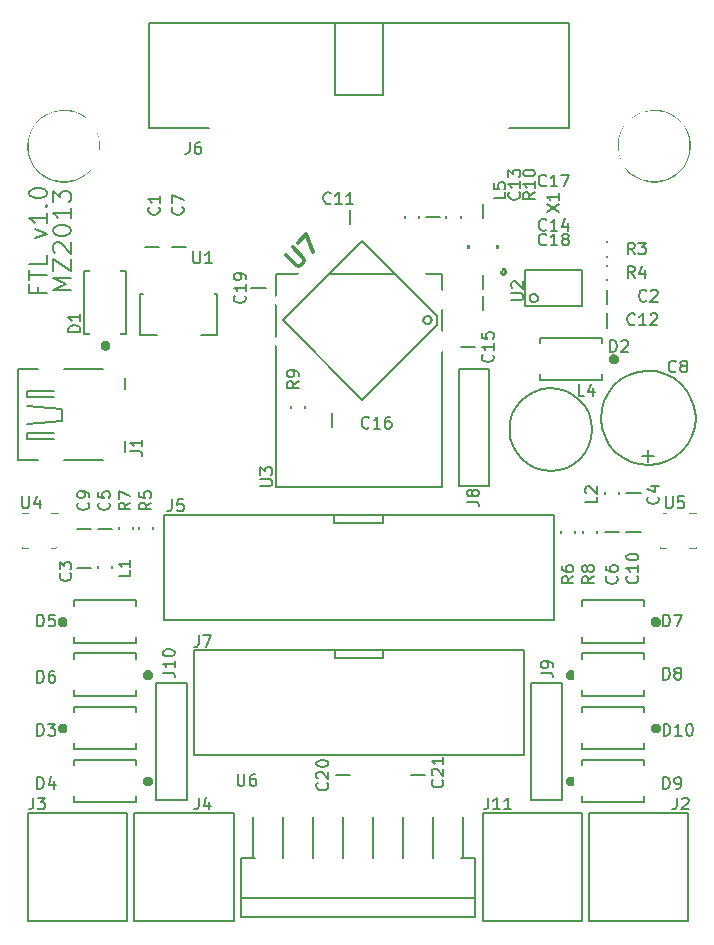
<source format=gto>
G04 (created by PCBNEW-RS274X (2012-jan-04)-stable) date pon, 21 sty 2013, 21:13:22*
G01*
G70*
G90*
%MOIN*%
G04 Gerber Fmt 3.4, Leading zero omitted, Abs format*
%FSLAX34Y34*%
G04 APERTURE LIST*
%ADD10C,0.006000*%
%ADD11C,0.005900*%
%ADD12C,0.007900*%
%ADD13C,0.010000*%
%ADD14C,0.007800*%
%ADD15C,0.015700*%
%ADD16C,0.003900*%
%ADD17C,0.008000*%
%ADD18C,0.012000*%
%ADD19R,0.067200X0.075100*%
%ADD20R,0.110600X0.039700*%
%ADD21C,0.055400*%
%ADD22R,0.079100X0.079100*%
%ADD23R,0.086900X0.086900*%
%ADD24C,0.086900*%
%ADD25R,0.041700X0.073100*%
%ADD26R,0.086900X0.098700*%
%ADD27C,0.065300*%
%ADD28R,0.073100X0.057400*%
%ADD29R,0.057400X0.073100*%
%ADD30R,0.043600X0.031800*%
%ADD31R,0.031800X0.043600*%
%ADD32C,0.079100*%
%ADD33R,0.081000X0.081000*%
%ADD34C,0.081000*%
%ADD35R,0.071200X0.071200*%
%ADD36C,0.071200*%
%ADD37R,0.144000X0.100700*%
%ADD38R,0.055400X0.100700*%
%ADD39R,0.098700X0.086900*%
%ADD40R,0.083000X0.083000*%
%ADD41C,0.083000*%
%ADD42C,0.236500*%
G04 APERTURE END LIST*
G54D10*
G54D11*
X43546Y-63832D02*
X42955Y-63832D01*
X43377Y-63632D01*
X42955Y-63432D01*
X43546Y-63432D01*
X42955Y-63203D02*
X42955Y-62803D01*
X43546Y-63203D01*
X43546Y-62803D01*
X43011Y-62604D02*
X42983Y-62575D01*
X42955Y-62518D01*
X42955Y-62375D01*
X42983Y-62318D01*
X43011Y-62289D01*
X43067Y-62261D01*
X43124Y-62261D01*
X43208Y-62289D01*
X43546Y-62632D01*
X43546Y-62261D01*
X42955Y-61890D02*
X42955Y-61833D01*
X42983Y-61776D01*
X43011Y-61747D01*
X43067Y-61718D01*
X43180Y-61690D01*
X43321Y-61690D01*
X43433Y-61718D01*
X43489Y-61747D01*
X43518Y-61776D01*
X43546Y-61833D01*
X43546Y-61890D01*
X43518Y-61947D01*
X43489Y-61976D01*
X43433Y-62004D01*
X43321Y-62033D01*
X43180Y-62033D01*
X43067Y-62004D01*
X43011Y-61976D01*
X42983Y-61947D01*
X42955Y-61890D01*
X43546Y-61119D02*
X43546Y-61462D01*
X43546Y-61290D02*
X42955Y-61290D01*
X43039Y-61347D01*
X43095Y-61405D01*
X43124Y-61462D01*
X42955Y-60919D02*
X42955Y-60548D01*
X43180Y-60748D01*
X43180Y-60662D01*
X43208Y-60605D01*
X43236Y-60576D01*
X43292Y-60548D01*
X43433Y-60548D01*
X43489Y-60576D01*
X43518Y-60605D01*
X43546Y-60662D01*
X43546Y-60834D01*
X43518Y-60891D01*
X43489Y-60919D01*
G54D12*
X42449Y-63738D02*
X42449Y-63935D01*
X42759Y-63935D02*
X42168Y-63935D01*
X42168Y-63654D01*
X42168Y-63513D02*
X42168Y-63175D01*
X42759Y-63344D02*
X42168Y-63344D01*
X42759Y-62697D02*
X42759Y-62978D01*
X42168Y-62978D01*
X42365Y-62107D02*
X42759Y-61966D01*
X42365Y-61825D01*
X42759Y-61291D02*
X42759Y-61628D01*
X42759Y-61460D02*
X42168Y-61460D01*
X42252Y-61516D01*
X42308Y-61572D01*
X42337Y-61628D01*
X42702Y-61037D02*
X42731Y-61009D01*
X42759Y-61037D01*
X42731Y-61065D01*
X42702Y-61037D01*
X42759Y-61037D01*
X42168Y-60644D02*
X42168Y-60587D01*
X42196Y-60531D01*
X42224Y-60503D01*
X42280Y-60475D01*
X42393Y-60447D01*
X42534Y-60447D01*
X42646Y-60475D01*
X42702Y-60503D01*
X42731Y-60531D01*
X42759Y-60587D01*
X42759Y-60644D01*
X42731Y-60700D01*
X42702Y-60728D01*
X42646Y-60756D01*
X42534Y-60784D01*
X42393Y-60784D01*
X42280Y-60756D01*
X42224Y-60728D01*
X42196Y-60700D01*
X42168Y-60644D01*
G54D13*
X58031Y-63229D02*
X58029Y-63244D01*
X58025Y-63259D01*
X58017Y-63272D01*
X58008Y-63284D01*
X57996Y-63294D01*
X57982Y-63301D01*
X57967Y-63306D01*
X57952Y-63307D01*
X57938Y-63306D01*
X57923Y-63302D01*
X57909Y-63295D01*
X57897Y-63285D01*
X57887Y-63273D01*
X57880Y-63260D01*
X57875Y-63245D01*
X57874Y-63230D01*
X57875Y-63215D01*
X57879Y-63200D01*
X57886Y-63187D01*
X57896Y-63175D01*
X57907Y-63165D01*
X57921Y-63157D01*
X57936Y-63152D01*
X57951Y-63151D01*
X57965Y-63152D01*
X57980Y-63156D01*
X57994Y-63163D01*
X58006Y-63172D01*
X58016Y-63184D01*
X58024Y-63197D01*
X58029Y-63212D01*
X58030Y-63227D01*
X58031Y-63229D01*
X57755Y-62481D02*
X57755Y-62323D01*
X56771Y-62481D02*
X56771Y-62323D01*
G54D12*
X42441Y-69528D02*
X41791Y-69528D01*
X41791Y-69528D02*
X41791Y-66496D01*
X41791Y-66496D02*
X42441Y-66496D01*
X42087Y-68603D02*
X42087Y-68799D01*
X42087Y-68799D02*
X42973Y-68799D01*
X42973Y-68603D02*
X42087Y-68603D01*
X42973Y-67421D02*
X42087Y-67421D01*
X42087Y-67421D02*
X42087Y-67225D01*
X42087Y-67225D02*
X42973Y-67225D01*
X42087Y-67717D02*
X43268Y-67815D01*
X43268Y-67815D02*
X43268Y-68209D01*
X43268Y-68209D02*
X42087Y-68307D01*
X44606Y-66496D02*
X43307Y-66496D01*
X44606Y-69528D02*
X43307Y-69528D01*
X45354Y-68878D02*
X45354Y-69252D01*
X45354Y-66772D02*
X45354Y-67146D01*
G54D14*
X45664Y-84891D02*
X48970Y-84891D01*
X48970Y-84891D02*
X48970Y-81270D01*
X48970Y-81270D02*
X45664Y-81270D01*
X45664Y-81270D02*
X45664Y-84891D01*
X60821Y-84891D02*
X64127Y-84891D01*
X64127Y-84891D02*
X64127Y-81270D01*
X64127Y-81270D02*
X60821Y-81270D01*
X60821Y-81270D02*
X60821Y-84891D01*
X42120Y-84891D02*
X45426Y-84891D01*
X45426Y-84891D02*
X45426Y-81270D01*
X45426Y-81270D02*
X42120Y-81270D01*
X42120Y-81270D02*
X42120Y-84891D01*
G54D12*
X59115Y-64115D02*
X59112Y-64141D01*
X59104Y-64167D01*
X59091Y-64191D01*
X59074Y-64212D01*
X59054Y-64229D01*
X59030Y-64242D01*
X59004Y-64250D01*
X58977Y-64252D01*
X58952Y-64250D01*
X58926Y-64242D01*
X58902Y-64230D01*
X58881Y-64213D01*
X58864Y-64192D01*
X58851Y-64169D01*
X58843Y-64143D01*
X58840Y-64116D01*
X58842Y-64091D01*
X58849Y-64065D01*
X58862Y-64041D01*
X58878Y-64020D01*
X58899Y-64002D01*
X58922Y-63989D01*
X58948Y-63981D01*
X58975Y-63978D01*
X59000Y-63980D01*
X59026Y-63987D01*
X59050Y-63999D01*
X59072Y-64016D01*
X59089Y-64036D01*
X59103Y-64059D01*
X59111Y-64085D01*
X59114Y-64112D01*
X59115Y-64115D01*
X58701Y-63170D02*
X58701Y-64390D01*
X58701Y-64390D02*
X60591Y-64390D01*
X60591Y-64390D02*
X60591Y-63170D01*
X60591Y-63170D02*
X58701Y-63170D01*
G54D15*
X60275Y-76673D02*
X60273Y-76688D01*
X60269Y-76703D01*
X60261Y-76716D01*
X60252Y-76728D01*
X60240Y-76738D01*
X60226Y-76745D01*
X60211Y-76750D01*
X60196Y-76751D01*
X60182Y-76750D01*
X60167Y-76746D01*
X60153Y-76739D01*
X60141Y-76729D01*
X60131Y-76717D01*
X60124Y-76704D01*
X60119Y-76689D01*
X60118Y-76674D01*
X60119Y-76659D01*
X60123Y-76644D01*
X60130Y-76631D01*
X60140Y-76619D01*
X60151Y-76609D01*
X60165Y-76601D01*
X60180Y-76596D01*
X60195Y-76595D01*
X60209Y-76596D01*
X60224Y-76600D01*
X60238Y-76607D01*
X60250Y-76616D01*
X60260Y-76628D01*
X60268Y-76641D01*
X60273Y-76656D01*
X60274Y-76671D01*
X60275Y-76673D01*
G54D12*
X60571Y-77185D02*
X60571Y-77382D01*
X60571Y-77382D02*
X62657Y-77382D01*
X62657Y-77382D02*
X62657Y-77185D01*
X62657Y-76161D02*
X62657Y-75964D01*
X62657Y-75964D02*
X60571Y-75964D01*
X60571Y-75964D02*
X60571Y-76161D01*
G54D15*
X46182Y-76673D02*
X46180Y-76688D01*
X46176Y-76703D01*
X46168Y-76716D01*
X46159Y-76728D01*
X46147Y-76738D01*
X46133Y-76745D01*
X46118Y-76750D01*
X46103Y-76751D01*
X46089Y-76750D01*
X46074Y-76746D01*
X46060Y-76739D01*
X46048Y-76729D01*
X46038Y-76717D01*
X46031Y-76704D01*
X46026Y-76689D01*
X46025Y-76674D01*
X46026Y-76659D01*
X46030Y-76644D01*
X46037Y-76631D01*
X46047Y-76619D01*
X46058Y-76609D01*
X46072Y-76601D01*
X46087Y-76596D01*
X46102Y-76595D01*
X46116Y-76596D01*
X46131Y-76600D01*
X46145Y-76607D01*
X46157Y-76616D01*
X46167Y-76628D01*
X46175Y-76641D01*
X46180Y-76656D01*
X46181Y-76671D01*
X46182Y-76673D01*
G54D12*
X45728Y-76161D02*
X45728Y-75964D01*
X45728Y-75964D02*
X43642Y-75964D01*
X43642Y-75964D02*
X43642Y-76161D01*
X43642Y-77185D02*
X43642Y-77382D01*
X43642Y-77382D02*
X45728Y-77382D01*
X45728Y-77382D02*
X45728Y-77185D01*
G54D15*
X60275Y-80217D02*
X60273Y-80232D01*
X60269Y-80247D01*
X60261Y-80260D01*
X60252Y-80272D01*
X60240Y-80282D01*
X60226Y-80289D01*
X60211Y-80294D01*
X60196Y-80295D01*
X60182Y-80294D01*
X60167Y-80290D01*
X60153Y-80283D01*
X60141Y-80273D01*
X60131Y-80261D01*
X60124Y-80248D01*
X60119Y-80233D01*
X60118Y-80218D01*
X60119Y-80203D01*
X60123Y-80188D01*
X60130Y-80175D01*
X60140Y-80163D01*
X60151Y-80153D01*
X60165Y-80145D01*
X60180Y-80140D01*
X60195Y-80139D01*
X60209Y-80140D01*
X60224Y-80144D01*
X60238Y-80151D01*
X60250Y-80160D01*
X60260Y-80172D01*
X60268Y-80185D01*
X60273Y-80200D01*
X60274Y-80215D01*
X60275Y-80217D01*
G54D12*
X60571Y-80729D02*
X60571Y-80926D01*
X60571Y-80926D02*
X62657Y-80926D01*
X62657Y-80926D02*
X62657Y-80729D01*
X62657Y-79705D02*
X62657Y-79508D01*
X62657Y-79508D02*
X60571Y-79508D01*
X60571Y-79508D02*
X60571Y-79705D01*
G54D15*
X46182Y-80217D02*
X46180Y-80232D01*
X46176Y-80247D01*
X46168Y-80260D01*
X46159Y-80272D01*
X46147Y-80282D01*
X46133Y-80289D01*
X46118Y-80294D01*
X46103Y-80295D01*
X46089Y-80294D01*
X46074Y-80290D01*
X46060Y-80283D01*
X46048Y-80273D01*
X46038Y-80261D01*
X46031Y-80248D01*
X46026Y-80233D01*
X46025Y-80218D01*
X46026Y-80203D01*
X46030Y-80188D01*
X46037Y-80175D01*
X46047Y-80163D01*
X46058Y-80153D01*
X46072Y-80145D01*
X46087Y-80140D01*
X46102Y-80139D01*
X46116Y-80140D01*
X46131Y-80144D01*
X46145Y-80151D01*
X46157Y-80160D01*
X46167Y-80172D01*
X46175Y-80185D01*
X46180Y-80200D01*
X46181Y-80215D01*
X46182Y-80217D01*
G54D12*
X45728Y-79705D02*
X45728Y-79508D01*
X45728Y-79508D02*
X43642Y-79508D01*
X43642Y-79508D02*
X43642Y-79705D01*
X43642Y-80729D02*
X43642Y-80926D01*
X43642Y-80926D02*
X45728Y-80926D01*
X45728Y-80926D02*
X45728Y-80729D01*
G54D15*
X63111Y-78445D02*
X63109Y-78460D01*
X63105Y-78475D01*
X63097Y-78488D01*
X63088Y-78500D01*
X63076Y-78510D01*
X63062Y-78517D01*
X63047Y-78522D01*
X63032Y-78523D01*
X63018Y-78522D01*
X63003Y-78518D01*
X62989Y-78511D01*
X62977Y-78501D01*
X62967Y-78489D01*
X62960Y-78476D01*
X62955Y-78461D01*
X62954Y-78446D01*
X62955Y-78431D01*
X62959Y-78416D01*
X62966Y-78403D01*
X62976Y-78391D01*
X62987Y-78381D01*
X63001Y-78373D01*
X63016Y-78368D01*
X63031Y-78367D01*
X63045Y-78368D01*
X63060Y-78372D01*
X63074Y-78379D01*
X63086Y-78388D01*
X63096Y-78400D01*
X63104Y-78413D01*
X63109Y-78428D01*
X63110Y-78443D01*
X63111Y-78445D01*
G54D12*
X62657Y-77933D02*
X62657Y-77736D01*
X62657Y-77736D02*
X60571Y-77736D01*
X60571Y-77736D02*
X60571Y-77933D01*
X60571Y-78957D02*
X60571Y-79154D01*
X60571Y-79154D02*
X62657Y-79154D01*
X62657Y-79154D02*
X62657Y-78957D01*
G54D15*
X63111Y-74902D02*
X63109Y-74917D01*
X63105Y-74932D01*
X63097Y-74945D01*
X63088Y-74957D01*
X63076Y-74967D01*
X63062Y-74974D01*
X63047Y-74979D01*
X63032Y-74980D01*
X63018Y-74979D01*
X63003Y-74975D01*
X62989Y-74968D01*
X62977Y-74958D01*
X62967Y-74946D01*
X62960Y-74933D01*
X62955Y-74918D01*
X62954Y-74903D01*
X62955Y-74888D01*
X62959Y-74873D01*
X62966Y-74860D01*
X62976Y-74848D01*
X62987Y-74838D01*
X63001Y-74830D01*
X63016Y-74825D01*
X63031Y-74824D01*
X63045Y-74825D01*
X63060Y-74829D01*
X63074Y-74836D01*
X63086Y-74845D01*
X63096Y-74857D01*
X63104Y-74870D01*
X63109Y-74885D01*
X63110Y-74900D01*
X63111Y-74902D01*
G54D12*
X62657Y-74390D02*
X62657Y-74193D01*
X62657Y-74193D02*
X60571Y-74193D01*
X60571Y-74193D02*
X60571Y-74390D01*
X60571Y-75414D02*
X60571Y-75611D01*
X60571Y-75611D02*
X62657Y-75611D01*
X62657Y-75611D02*
X62657Y-75414D01*
G54D15*
X43346Y-74902D02*
X43344Y-74917D01*
X43340Y-74932D01*
X43332Y-74945D01*
X43323Y-74957D01*
X43311Y-74967D01*
X43297Y-74974D01*
X43282Y-74979D01*
X43267Y-74980D01*
X43253Y-74979D01*
X43238Y-74975D01*
X43224Y-74968D01*
X43212Y-74958D01*
X43202Y-74946D01*
X43195Y-74933D01*
X43190Y-74918D01*
X43189Y-74903D01*
X43190Y-74888D01*
X43194Y-74873D01*
X43201Y-74860D01*
X43211Y-74848D01*
X43222Y-74838D01*
X43236Y-74830D01*
X43251Y-74825D01*
X43266Y-74824D01*
X43280Y-74825D01*
X43295Y-74829D01*
X43309Y-74836D01*
X43321Y-74845D01*
X43331Y-74857D01*
X43339Y-74870D01*
X43344Y-74885D01*
X43345Y-74900D01*
X43346Y-74902D01*
G54D12*
X43642Y-75414D02*
X43642Y-75611D01*
X43642Y-75611D02*
X45728Y-75611D01*
X45728Y-75611D02*
X45728Y-75414D01*
X45728Y-74390D02*
X45728Y-74193D01*
X45728Y-74193D02*
X43642Y-74193D01*
X43642Y-74193D02*
X43642Y-74390D01*
G54D15*
X61714Y-66142D02*
X61712Y-66157D01*
X61708Y-66172D01*
X61700Y-66185D01*
X61691Y-66197D01*
X61679Y-66207D01*
X61665Y-66214D01*
X61650Y-66219D01*
X61635Y-66220D01*
X61621Y-66219D01*
X61606Y-66215D01*
X61592Y-66208D01*
X61580Y-66198D01*
X61570Y-66186D01*
X61563Y-66173D01*
X61558Y-66158D01*
X61557Y-66143D01*
X61558Y-66128D01*
X61562Y-66113D01*
X61569Y-66100D01*
X61579Y-66088D01*
X61590Y-66078D01*
X61604Y-66070D01*
X61619Y-66065D01*
X61634Y-66064D01*
X61648Y-66065D01*
X61663Y-66069D01*
X61677Y-66076D01*
X61689Y-66085D01*
X61699Y-66097D01*
X61707Y-66110D01*
X61712Y-66125D01*
X61713Y-66140D01*
X61714Y-66142D01*
G54D12*
X61260Y-65630D02*
X61260Y-65433D01*
X61260Y-65433D02*
X59174Y-65433D01*
X59174Y-65433D02*
X59174Y-65630D01*
X59174Y-66654D02*
X59174Y-66851D01*
X59174Y-66851D02*
X61260Y-66851D01*
X61260Y-66851D02*
X61260Y-66654D01*
G54D15*
X43346Y-78445D02*
X43344Y-78460D01*
X43340Y-78475D01*
X43332Y-78488D01*
X43323Y-78500D01*
X43311Y-78510D01*
X43297Y-78517D01*
X43282Y-78522D01*
X43267Y-78523D01*
X43253Y-78522D01*
X43238Y-78518D01*
X43224Y-78511D01*
X43212Y-78501D01*
X43202Y-78489D01*
X43195Y-78476D01*
X43190Y-78461D01*
X43189Y-78446D01*
X43190Y-78431D01*
X43194Y-78416D01*
X43201Y-78403D01*
X43211Y-78391D01*
X43222Y-78381D01*
X43236Y-78373D01*
X43251Y-78368D01*
X43266Y-78367D01*
X43280Y-78368D01*
X43295Y-78372D01*
X43309Y-78379D01*
X43321Y-78388D01*
X43331Y-78400D01*
X43339Y-78413D01*
X43344Y-78428D01*
X43345Y-78443D01*
X43346Y-78445D01*
G54D12*
X43642Y-78957D02*
X43642Y-79154D01*
X43642Y-79154D02*
X45728Y-79154D01*
X45728Y-79154D02*
X45728Y-78957D01*
X45728Y-77933D02*
X45728Y-77736D01*
X45728Y-77736D02*
X43642Y-77736D01*
X43642Y-77736D02*
X43642Y-77933D01*
X50394Y-63327D02*
X55906Y-63327D01*
X55906Y-63327D02*
X55906Y-70414D01*
X55906Y-70414D02*
X50394Y-70414D01*
X50394Y-70414D02*
X50394Y-63327D01*
G54D11*
X61083Y-72008D02*
X61083Y-71850D01*
X60611Y-72008D02*
X60611Y-71850D01*
X56063Y-61338D02*
X56063Y-61496D01*
X56535Y-61338D02*
X56535Y-61496D01*
X61339Y-70551D02*
X61339Y-70709D01*
X61811Y-70551D02*
X61811Y-70709D01*
X61338Y-62736D02*
X61496Y-62736D01*
X61338Y-62264D02*
X61496Y-62264D01*
X61496Y-63051D02*
X61338Y-63051D01*
X61496Y-63523D02*
X61338Y-63523D01*
X45827Y-71732D02*
X45827Y-71890D01*
X46299Y-71732D02*
X46299Y-71890D01*
X45138Y-71732D02*
X45138Y-71890D01*
X45610Y-71732D02*
X45610Y-71890D01*
X60354Y-72008D02*
X60354Y-71850D01*
X59882Y-72008D02*
X59882Y-71850D01*
X44921Y-73189D02*
X44921Y-73031D01*
X44449Y-73189D02*
X44449Y-73031D01*
X51358Y-67835D02*
X51358Y-67677D01*
X50886Y-67835D02*
X50886Y-67677D01*
X55157Y-61496D02*
X55157Y-61338D01*
X54685Y-61496D02*
X54685Y-61338D01*
G54D16*
X63189Y-71378D02*
X63288Y-71279D01*
X63288Y-71279D02*
X64371Y-71279D01*
X64371Y-71279D02*
X64371Y-72461D01*
X64371Y-72461D02*
X63189Y-72461D01*
X63189Y-72461D02*
X63189Y-71378D01*
X43111Y-72362D02*
X43012Y-72461D01*
X43012Y-72461D02*
X41929Y-72461D01*
X41929Y-72461D02*
X41929Y-71279D01*
X41929Y-71279D02*
X43111Y-71279D01*
X43111Y-71279D02*
X43111Y-72362D01*
G54D11*
X55570Y-64848D02*
X55567Y-64874D01*
X55559Y-64900D01*
X55547Y-64923D01*
X55530Y-64944D01*
X55509Y-64961D01*
X55486Y-64974D01*
X55460Y-64982D01*
X55433Y-64984D01*
X55408Y-64982D01*
X55382Y-64975D01*
X55358Y-64962D01*
X55338Y-64945D01*
X55320Y-64925D01*
X55308Y-64901D01*
X55299Y-64876D01*
X55297Y-64849D01*
X55299Y-64824D01*
X55306Y-64798D01*
X55318Y-64774D01*
X55335Y-64753D01*
X55355Y-64736D01*
X55379Y-64723D01*
X55404Y-64715D01*
X55431Y-64712D01*
X55456Y-64714D01*
X55482Y-64721D01*
X55506Y-64733D01*
X55527Y-64749D01*
X55544Y-64770D01*
X55558Y-64793D01*
X55566Y-64818D01*
X55569Y-64845D01*
X55570Y-64848D01*
G54D12*
X53248Y-67507D02*
X55753Y-65001D01*
X55753Y-65001D02*
X55753Y-64723D01*
X55753Y-64723D02*
X53248Y-62217D01*
X53248Y-62217D02*
X50603Y-64862D01*
X50603Y-64862D02*
X53248Y-67507D01*
X60925Y-68504D02*
X60898Y-68771D01*
X60821Y-69029D01*
X60694Y-69266D01*
X60524Y-69474D01*
X60317Y-69646D01*
X60080Y-69774D01*
X59824Y-69853D01*
X59556Y-69881D01*
X59289Y-69857D01*
X59031Y-69781D01*
X58793Y-69657D01*
X58583Y-69488D01*
X58410Y-69282D01*
X58281Y-69046D01*
X58200Y-68790D01*
X58170Y-68523D01*
X58192Y-68256D01*
X58266Y-67997D01*
X58389Y-67758D01*
X58556Y-67547D01*
X58761Y-67373D01*
X58996Y-67242D01*
X59252Y-67159D01*
X59519Y-67127D01*
X59786Y-67147D01*
X60045Y-67220D01*
X60285Y-67341D01*
X60497Y-67507D01*
X60673Y-67710D01*
X60805Y-67944D01*
X60890Y-68199D01*
X60924Y-68466D01*
X60925Y-68504D01*
G54D17*
X59638Y-74848D02*
X46638Y-74848D01*
X46638Y-74848D02*
X46638Y-71348D01*
X46638Y-71348D02*
X59638Y-71348D01*
X59638Y-71348D02*
X59638Y-74848D01*
X53948Y-71348D02*
X53948Y-71598D01*
X53948Y-71598D02*
X52328Y-71598D01*
X52328Y-71348D02*
X52328Y-71598D01*
X58654Y-79356D02*
X47654Y-79356D01*
X47654Y-79356D02*
X47654Y-75856D01*
X47654Y-75856D02*
X58654Y-75856D01*
X58654Y-75856D02*
X58654Y-79356D01*
X53964Y-75856D02*
X53964Y-76106D01*
X53964Y-76106D02*
X52344Y-76106D01*
X52344Y-75856D02*
X52344Y-76106D01*
G54D14*
X56477Y-66467D02*
X56477Y-70391D01*
X56477Y-70391D02*
X57499Y-70391D01*
X57499Y-70391D02*
X57499Y-66467D01*
X57499Y-66467D02*
X56477Y-66467D01*
X46389Y-76938D02*
X46389Y-80862D01*
X46389Y-80862D02*
X47411Y-80862D01*
X47411Y-80862D02*
X47411Y-76938D01*
X47411Y-76938D02*
X46389Y-76938D01*
X58889Y-76938D02*
X58889Y-80862D01*
X58889Y-80862D02*
X59911Y-80862D01*
X59911Y-80862D02*
X59911Y-76938D01*
X59911Y-76938D02*
X58889Y-76938D01*
G54D12*
X62598Y-69390D02*
X62992Y-69390D01*
X62795Y-69586D02*
X62795Y-69193D01*
X64370Y-68110D02*
X64340Y-68415D01*
X64251Y-68710D01*
X64106Y-68981D01*
X63912Y-69219D01*
X63675Y-69415D01*
X63405Y-69561D01*
X63111Y-69652D01*
X62805Y-69684D01*
X62500Y-69657D01*
X62205Y-69570D01*
X61933Y-69427D01*
X61694Y-69235D01*
X61496Y-68999D01*
X61348Y-68730D01*
X61255Y-68437D01*
X61221Y-68131D01*
X61246Y-67826D01*
X61331Y-67531D01*
X61472Y-67257D01*
X61663Y-67016D01*
X61897Y-66817D01*
X62165Y-66667D01*
X62457Y-66572D01*
X62763Y-66536D01*
X63068Y-66559D01*
X63364Y-66642D01*
X63638Y-66781D01*
X63881Y-66970D01*
X64082Y-67203D01*
X64233Y-67470D01*
X64330Y-67762D01*
X64369Y-68067D01*
X64370Y-68110D01*
G54D11*
X57283Y-61456D02*
X57283Y-60984D01*
X57283Y-63347D02*
X57283Y-63819D01*
X55846Y-61417D02*
X55374Y-61417D01*
X56555Y-65748D02*
X57027Y-65748D01*
X52244Y-67953D02*
X52244Y-68425D01*
X57283Y-64508D02*
X57283Y-64036D01*
X50039Y-63780D02*
X49567Y-63780D01*
X46496Y-62402D02*
X46024Y-62402D01*
X61417Y-65098D02*
X61417Y-64626D01*
X61417Y-64311D02*
X61417Y-63839D01*
X52854Y-80000D02*
X52382Y-80000D01*
X62068Y-71929D02*
X62540Y-71929D01*
X62539Y-70630D02*
X62067Y-70630D01*
X55354Y-80000D02*
X54882Y-80000D01*
X61339Y-71929D02*
X61811Y-71929D01*
X43760Y-73110D02*
X44232Y-73110D01*
X44921Y-71811D02*
X44449Y-71811D01*
X44232Y-71811D02*
X43760Y-71811D01*
G54D14*
X57278Y-84891D02*
X60584Y-84891D01*
X60584Y-84891D02*
X60584Y-81270D01*
X60584Y-81270D02*
X57278Y-81270D01*
X57278Y-81270D02*
X57278Y-84891D01*
G54D17*
X46150Y-58450D02*
X48150Y-58450D01*
X60150Y-58450D02*
X58150Y-58450D01*
X46150Y-58450D02*
X46150Y-54950D01*
X46150Y-54950D02*
X60150Y-54950D01*
X60150Y-54950D02*
X60150Y-58450D01*
X52340Y-54950D02*
X52340Y-57350D01*
X52340Y-57350D02*
X53960Y-57350D01*
X53960Y-54950D02*
X53960Y-57350D01*
G54D12*
X45965Y-63976D02*
X45866Y-63976D01*
X45866Y-63976D02*
X45866Y-65354D01*
X45866Y-65354D02*
X46418Y-65354D01*
X48327Y-63976D02*
X48426Y-63976D01*
X48426Y-63976D02*
X48426Y-65354D01*
X48426Y-65354D02*
X47874Y-65354D01*
G54D11*
X47382Y-62402D02*
X46910Y-62402D01*
G54D15*
X44764Y-65690D02*
X44762Y-65705D01*
X44758Y-65720D01*
X44750Y-65733D01*
X44741Y-65745D01*
X44729Y-65755D01*
X44715Y-65762D01*
X44700Y-65767D01*
X44685Y-65768D01*
X44671Y-65767D01*
X44656Y-65763D01*
X44642Y-65756D01*
X44630Y-65746D01*
X44620Y-65734D01*
X44613Y-65721D01*
X44608Y-65706D01*
X44607Y-65691D01*
X44608Y-65676D01*
X44612Y-65661D01*
X44619Y-65648D01*
X44629Y-65636D01*
X44640Y-65626D01*
X44654Y-65618D01*
X44669Y-65613D01*
X44684Y-65612D01*
X44698Y-65613D01*
X44713Y-65617D01*
X44727Y-65624D01*
X44739Y-65633D01*
X44749Y-65645D01*
X44757Y-65658D01*
X44762Y-65673D01*
X44763Y-65688D01*
X44764Y-65690D01*
G54D12*
X45197Y-65315D02*
X45394Y-65315D01*
X45394Y-65315D02*
X45394Y-63229D01*
X45394Y-63229D02*
X45197Y-63229D01*
X44173Y-63229D02*
X43976Y-63229D01*
X43976Y-63229D02*
X43976Y-65315D01*
X43976Y-65315D02*
X44173Y-65315D01*
X57018Y-84128D02*
X49222Y-84128D01*
X49624Y-82778D02*
X49624Y-81428D01*
X50624Y-82778D02*
X50624Y-81428D01*
X51624Y-82778D02*
X51624Y-81428D01*
X52624Y-82778D02*
X52624Y-81428D01*
X53624Y-82778D02*
X53624Y-81428D01*
X54624Y-82778D02*
X54624Y-81428D01*
X55624Y-82778D02*
X55624Y-81428D01*
X56624Y-82778D02*
X56624Y-81428D01*
X49222Y-84758D02*
X57018Y-84758D01*
X49695Y-82789D02*
X49222Y-82789D01*
X49222Y-82789D02*
X49222Y-84758D01*
X56545Y-82789D02*
X57018Y-82789D01*
X57018Y-82789D02*
X57018Y-84758D01*
G54D11*
X52854Y-61653D02*
X52854Y-61181D01*
G54D12*
X44488Y-59055D02*
X44465Y-59284D01*
X44398Y-59505D01*
X44290Y-59708D01*
X44145Y-59887D01*
X43967Y-60034D01*
X43764Y-60143D01*
X43544Y-60211D01*
X43315Y-60235D01*
X43086Y-60215D01*
X42865Y-60150D01*
X42661Y-60043D01*
X42481Y-59898D01*
X42333Y-59722D01*
X42222Y-59520D01*
X42152Y-59300D01*
X42127Y-59071D01*
X42146Y-58842D01*
X42209Y-58621D01*
X42315Y-58416D01*
X42458Y-58235D01*
X42633Y-58086D01*
X42835Y-57973D01*
X43054Y-57902D01*
X43283Y-57875D01*
X43512Y-57892D01*
X43734Y-57954D01*
X43939Y-58058D01*
X44121Y-58200D01*
X44272Y-58375D01*
X44385Y-58575D01*
X44458Y-58794D01*
X44487Y-59023D01*
X44488Y-59055D01*
X64173Y-59055D02*
X64150Y-59284D01*
X64083Y-59505D01*
X63975Y-59708D01*
X63830Y-59887D01*
X63652Y-60034D01*
X63449Y-60143D01*
X63229Y-60211D01*
X63000Y-60235D01*
X62771Y-60215D01*
X62550Y-60150D01*
X62346Y-60043D01*
X62166Y-59898D01*
X62018Y-59722D01*
X61907Y-59520D01*
X61837Y-59300D01*
X61812Y-59071D01*
X61831Y-58842D01*
X61894Y-58621D01*
X62000Y-58416D01*
X62143Y-58235D01*
X62318Y-58086D01*
X62520Y-57973D01*
X62739Y-57902D01*
X62968Y-57875D01*
X63197Y-57892D01*
X63419Y-57954D01*
X63624Y-58058D01*
X63806Y-58200D01*
X63957Y-58375D01*
X64070Y-58575D01*
X64143Y-58794D01*
X64172Y-59023D01*
X64173Y-59055D01*
G54D11*
X59411Y-61244D02*
X59805Y-60981D01*
X59411Y-60981D02*
X59805Y-61244D01*
X59805Y-60625D02*
X59805Y-60850D01*
X59805Y-60737D02*
X59411Y-60737D01*
X59468Y-60775D01*
X59505Y-60812D01*
X59524Y-60850D01*
X45533Y-69225D02*
X45815Y-69225D01*
X45871Y-69243D01*
X45909Y-69281D01*
X45927Y-69337D01*
X45927Y-69375D01*
X45927Y-68831D02*
X45927Y-69056D01*
X45927Y-68943D02*
X45533Y-68943D01*
X45590Y-68981D01*
X45627Y-69018D01*
X45646Y-69056D01*
X47802Y-80769D02*
X47802Y-81051D01*
X47784Y-81107D01*
X47746Y-81145D01*
X47690Y-81163D01*
X47652Y-81163D01*
X48159Y-80901D02*
X48159Y-81163D01*
X48065Y-80751D02*
X47971Y-81032D01*
X48215Y-81032D01*
X63747Y-80769D02*
X63747Y-81051D01*
X63729Y-81107D01*
X63691Y-81145D01*
X63635Y-81163D01*
X63597Y-81163D01*
X63916Y-80807D02*
X63935Y-80788D01*
X63972Y-80769D01*
X64066Y-80769D01*
X64104Y-80788D01*
X64122Y-80807D01*
X64141Y-80845D01*
X64141Y-80882D01*
X64122Y-80938D01*
X63897Y-81163D01*
X64141Y-81163D01*
X42290Y-80769D02*
X42290Y-81051D01*
X42272Y-81107D01*
X42234Y-81145D01*
X42178Y-81163D01*
X42140Y-81163D01*
X42440Y-80769D02*
X42684Y-80769D01*
X42553Y-80920D01*
X42609Y-80920D01*
X42647Y-80938D01*
X42665Y-80957D01*
X42684Y-80995D01*
X42684Y-81088D01*
X42665Y-81126D01*
X42647Y-81145D01*
X42609Y-81163D01*
X42497Y-81163D01*
X42459Y-81145D01*
X42440Y-81126D01*
X58230Y-64178D02*
X58549Y-64178D01*
X58587Y-64159D01*
X58606Y-64141D01*
X58624Y-64103D01*
X58624Y-64028D01*
X58606Y-63991D01*
X58587Y-63972D01*
X58549Y-63953D01*
X58230Y-63953D01*
X58268Y-63784D02*
X58249Y-63765D01*
X58230Y-63728D01*
X58230Y-63634D01*
X58249Y-63596D01*
X58268Y-63578D01*
X58306Y-63559D01*
X58343Y-63559D01*
X58399Y-63578D01*
X58624Y-63803D01*
X58624Y-63559D01*
X63293Y-76832D02*
X63293Y-76438D01*
X63387Y-76438D01*
X63443Y-76457D01*
X63480Y-76495D01*
X63499Y-76532D01*
X63518Y-76607D01*
X63518Y-76664D01*
X63499Y-76739D01*
X63480Y-76776D01*
X63443Y-76814D01*
X63387Y-76832D01*
X63293Y-76832D01*
X63743Y-76607D02*
X63706Y-76589D01*
X63687Y-76570D01*
X63668Y-76532D01*
X63668Y-76514D01*
X63687Y-76476D01*
X63706Y-76457D01*
X63743Y-76438D01*
X63818Y-76438D01*
X63856Y-76457D01*
X63874Y-76476D01*
X63893Y-76514D01*
X63893Y-76532D01*
X63874Y-76570D01*
X63856Y-76589D01*
X63818Y-76607D01*
X63743Y-76607D01*
X63706Y-76626D01*
X63687Y-76645D01*
X63668Y-76682D01*
X63668Y-76757D01*
X63687Y-76795D01*
X63706Y-76814D01*
X63743Y-76832D01*
X63818Y-76832D01*
X63856Y-76814D01*
X63874Y-76795D01*
X63893Y-76757D01*
X63893Y-76682D01*
X63874Y-76645D01*
X63856Y-76626D01*
X63818Y-76607D01*
X42427Y-76931D02*
X42427Y-76537D01*
X42521Y-76537D01*
X42577Y-76556D01*
X42614Y-76594D01*
X42633Y-76631D01*
X42652Y-76706D01*
X42652Y-76763D01*
X42633Y-76838D01*
X42614Y-76875D01*
X42577Y-76913D01*
X42521Y-76931D01*
X42427Y-76931D01*
X42990Y-76537D02*
X42915Y-76537D01*
X42877Y-76556D01*
X42858Y-76575D01*
X42821Y-76631D01*
X42802Y-76706D01*
X42802Y-76856D01*
X42821Y-76894D01*
X42840Y-76913D01*
X42877Y-76931D01*
X42952Y-76931D01*
X42990Y-76913D01*
X43008Y-76894D01*
X43027Y-76856D01*
X43027Y-76763D01*
X43008Y-76725D01*
X42990Y-76706D01*
X42952Y-76688D01*
X42877Y-76688D01*
X42840Y-76706D01*
X42821Y-76725D01*
X42802Y-76763D01*
X63302Y-78702D02*
X63302Y-78308D01*
X63396Y-78308D01*
X63452Y-78327D01*
X63489Y-78365D01*
X63508Y-78402D01*
X63527Y-78477D01*
X63527Y-78534D01*
X63508Y-78609D01*
X63489Y-78646D01*
X63452Y-78684D01*
X63396Y-78702D01*
X63302Y-78702D01*
X63902Y-78702D02*
X63677Y-78702D01*
X63790Y-78702D02*
X63790Y-78308D01*
X63752Y-78365D01*
X63715Y-78402D01*
X63677Y-78421D01*
X64146Y-78308D02*
X64183Y-78308D01*
X64221Y-78327D01*
X64240Y-78346D01*
X64258Y-78384D01*
X64277Y-78459D01*
X64277Y-78552D01*
X64258Y-78627D01*
X64240Y-78665D01*
X64221Y-78684D01*
X64183Y-78702D01*
X64146Y-78702D01*
X64108Y-78684D01*
X64090Y-78665D01*
X64071Y-78627D01*
X64052Y-78552D01*
X64052Y-78459D01*
X64071Y-78384D01*
X64090Y-78346D01*
X64108Y-78327D01*
X64146Y-78308D01*
X42427Y-80474D02*
X42427Y-80080D01*
X42521Y-80080D01*
X42577Y-80099D01*
X42614Y-80137D01*
X42633Y-80174D01*
X42652Y-80249D01*
X42652Y-80306D01*
X42633Y-80381D01*
X42614Y-80418D01*
X42577Y-80456D01*
X42521Y-80474D01*
X42427Y-80474D01*
X42990Y-80212D02*
X42990Y-80474D01*
X42896Y-80062D02*
X42802Y-80343D01*
X43046Y-80343D01*
X63293Y-80474D02*
X63293Y-80080D01*
X63387Y-80080D01*
X63443Y-80099D01*
X63480Y-80137D01*
X63499Y-80174D01*
X63518Y-80249D01*
X63518Y-80306D01*
X63499Y-80381D01*
X63480Y-80418D01*
X63443Y-80456D01*
X63387Y-80474D01*
X63293Y-80474D01*
X63706Y-80474D02*
X63781Y-80474D01*
X63818Y-80456D01*
X63837Y-80437D01*
X63874Y-80381D01*
X63893Y-80306D01*
X63893Y-80156D01*
X63874Y-80118D01*
X63856Y-80099D01*
X63818Y-80080D01*
X63743Y-80080D01*
X63706Y-80099D01*
X63687Y-80118D01*
X63668Y-80156D01*
X63668Y-80249D01*
X63687Y-80287D01*
X63706Y-80306D01*
X63743Y-80324D01*
X63818Y-80324D01*
X63856Y-80306D01*
X63874Y-80287D01*
X63893Y-80249D01*
X63293Y-75061D02*
X63293Y-74667D01*
X63387Y-74667D01*
X63443Y-74686D01*
X63480Y-74724D01*
X63499Y-74761D01*
X63518Y-74836D01*
X63518Y-74893D01*
X63499Y-74968D01*
X63480Y-75005D01*
X63443Y-75043D01*
X63387Y-75061D01*
X63293Y-75061D01*
X63649Y-74667D02*
X63912Y-74667D01*
X63743Y-75061D01*
X42427Y-75061D02*
X42427Y-74667D01*
X42521Y-74667D01*
X42577Y-74686D01*
X42614Y-74724D01*
X42633Y-74761D01*
X42652Y-74836D01*
X42652Y-74893D01*
X42633Y-74968D01*
X42614Y-75005D01*
X42577Y-75043D01*
X42521Y-75061D01*
X42427Y-75061D01*
X43008Y-74667D02*
X42821Y-74667D01*
X42802Y-74855D01*
X42821Y-74836D01*
X42858Y-74818D01*
X42952Y-74818D01*
X42990Y-74836D01*
X43008Y-74855D01*
X43027Y-74893D01*
X43027Y-74986D01*
X43008Y-75024D01*
X42990Y-75043D01*
X42952Y-75061D01*
X42858Y-75061D01*
X42821Y-75043D01*
X42802Y-75024D01*
X61521Y-65907D02*
X61521Y-65513D01*
X61615Y-65513D01*
X61671Y-65532D01*
X61708Y-65570D01*
X61727Y-65607D01*
X61746Y-65682D01*
X61746Y-65739D01*
X61727Y-65814D01*
X61708Y-65851D01*
X61671Y-65889D01*
X61615Y-65907D01*
X61521Y-65907D01*
X61896Y-65551D02*
X61915Y-65532D01*
X61952Y-65513D01*
X62046Y-65513D01*
X62084Y-65532D01*
X62102Y-65551D01*
X62121Y-65589D01*
X62121Y-65626D01*
X62102Y-65682D01*
X61877Y-65907D01*
X62121Y-65907D01*
X42427Y-78702D02*
X42427Y-78308D01*
X42521Y-78308D01*
X42577Y-78327D01*
X42614Y-78365D01*
X42633Y-78402D01*
X42652Y-78477D01*
X42652Y-78534D01*
X42633Y-78609D01*
X42614Y-78646D01*
X42577Y-78684D01*
X42521Y-78702D01*
X42427Y-78702D01*
X42783Y-78308D02*
X43027Y-78308D01*
X42896Y-78459D01*
X42952Y-78459D01*
X42990Y-78477D01*
X43008Y-78496D01*
X43027Y-78534D01*
X43027Y-78627D01*
X43008Y-78665D01*
X42990Y-78684D01*
X42952Y-78702D01*
X42840Y-78702D01*
X42802Y-78684D01*
X42783Y-78665D01*
X49863Y-70379D02*
X50182Y-70379D01*
X50220Y-70360D01*
X50239Y-70342D01*
X50257Y-70304D01*
X50257Y-70229D01*
X50239Y-70192D01*
X50220Y-70173D01*
X50182Y-70154D01*
X49863Y-70154D01*
X49863Y-70004D02*
X49863Y-69760D01*
X50014Y-69891D01*
X50014Y-69835D01*
X50032Y-69797D01*
X50051Y-69779D01*
X50089Y-69760D01*
X50182Y-69760D01*
X50220Y-69779D01*
X50239Y-69797D01*
X50257Y-69835D01*
X50257Y-69947D01*
X50239Y-69985D01*
X50220Y-70004D01*
X60986Y-73392D02*
X60799Y-73523D01*
X60986Y-73617D02*
X60592Y-73617D01*
X60592Y-73467D01*
X60611Y-73430D01*
X60630Y-73411D01*
X60668Y-73392D01*
X60724Y-73392D01*
X60761Y-73411D01*
X60780Y-73430D01*
X60799Y-73467D01*
X60799Y-73617D01*
X60761Y-73167D02*
X60743Y-73204D01*
X60724Y-73223D01*
X60686Y-73242D01*
X60668Y-73242D01*
X60630Y-73223D01*
X60611Y-73204D01*
X60592Y-73167D01*
X60592Y-73092D01*
X60611Y-73054D01*
X60630Y-73036D01*
X60668Y-73017D01*
X60686Y-73017D01*
X60724Y-73036D01*
X60743Y-73054D01*
X60761Y-73092D01*
X60761Y-73167D01*
X60780Y-73204D01*
X60799Y-73223D01*
X60836Y-73242D01*
X60911Y-73242D01*
X60949Y-73223D01*
X60968Y-73204D01*
X60986Y-73167D01*
X60986Y-73092D01*
X60968Y-73054D01*
X60949Y-73036D01*
X60911Y-73017D01*
X60836Y-73017D01*
X60799Y-73036D01*
X60780Y-73054D01*
X60761Y-73092D01*
X59017Y-60588D02*
X58830Y-60719D01*
X59017Y-60813D02*
X58623Y-60813D01*
X58623Y-60663D01*
X58642Y-60626D01*
X58661Y-60607D01*
X58699Y-60588D01*
X58755Y-60588D01*
X58792Y-60607D01*
X58811Y-60626D01*
X58830Y-60663D01*
X58830Y-60813D01*
X59017Y-60213D02*
X59017Y-60438D01*
X59017Y-60325D02*
X58623Y-60325D01*
X58680Y-60363D01*
X58717Y-60400D01*
X58736Y-60438D01*
X58623Y-59969D02*
X58623Y-59932D01*
X58642Y-59894D01*
X58661Y-59875D01*
X58699Y-59857D01*
X58774Y-59838D01*
X58867Y-59838D01*
X58942Y-59857D01*
X58980Y-59875D01*
X58999Y-59894D01*
X59017Y-59932D01*
X59017Y-59969D01*
X58999Y-60007D01*
X58980Y-60025D01*
X58942Y-60044D01*
X58867Y-60063D01*
X58774Y-60063D01*
X58699Y-60044D01*
X58661Y-60025D01*
X58642Y-60007D01*
X58623Y-59969D01*
X61084Y-70735D02*
X61084Y-70922D01*
X60690Y-70922D01*
X60728Y-70622D02*
X60709Y-70603D01*
X60690Y-70566D01*
X60690Y-70472D01*
X60709Y-70434D01*
X60728Y-70416D01*
X60766Y-70397D01*
X60803Y-70397D01*
X60859Y-70416D01*
X61084Y-70641D01*
X61084Y-70397D01*
X62337Y-62659D02*
X62206Y-62472D01*
X62112Y-62659D02*
X62112Y-62265D01*
X62262Y-62265D01*
X62299Y-62284D01*
X62318Y-62303D01*
X62337Y-62341D01*
X62337Y-62397D01*
X62318Y-62434D01*
X62299Y-62453D01*
X62262Y-62472D01*
X62112Y-62472D01*
X62468Y-62265D02*
X62712Y-62265D01*
X62581Y-62416D01*
X62637Y-62416D01*
X62675Y-62434D01*
X62693Y-62453D01*
X62712Y-62491D01*
X62712Y-62584D01*
X62693Y-62622D01*
X62675Y-62641D01*
X62637Y-62659D01*
X62525Y-62659D01*
X62487Y-62641D01*
X62468Y-62622D01*
X62337Y-63446D02*
X62206Y-63259D01*
X62112Y-63446D02*
X62112Y-63052D01*
X62262Y-63052D01*
X62299Y-63071D01*
X62318Y-63090D01*
X62337Y-63128D01*
X62337Y-63184D01*
X62318Y-63221D01*
X62299Y-63240D01*
X62262Y-63259D01*
X62112Y-63259D01*
X62675Y-63184D02*
X62675Y-63446D01*
X62581Y-63034D02*
X62487Y-63315D01*
X62731Y-63315D01*
X46222Y-70931D02*
X46035Y-71062D01*
X46222Y-71156D02*
X45828Y-71156D01*
X45828Y-71006D01*
X45847Y-70969D01*
X45866Y-70950D01*
X45904Y-70931D01*
X45960Y-70931D01*
X45997Y-70950D01*
X46016Y-70969D01*
X46035Y-71006D01*
X46035Y-71156D01*
X45828Y-70575D02*
X45828Y-70762D01*
X46016Y-70781D01*
X45997Y-70762D01*
X45979Y-70725D01*
X45979Y-70631D01*
X45997Y-70593D01*
X46016Y-70575D01*
X46054Y-70556D01*
X46147Y-70556D01*
X46185Y-70575D01*
X46204Y-70593D01*
X46222Y-70631D01*
X46222Y-70725D01*
X46204Y-70762D01*
X46185Y-70781D01*
X45533Y-70931D02*
X45346Y-71062D01*
X45533Y-71156D02*
X45139Y-71156D01*
X45139Y-71006D01*
X45158Y-70969D01*
X45177Y-70950D01*
X45215Y-70931D01*
X45271Y-70931D01*
X45308Y-70950D01*
X45327Y-70969D01*
X45346Y-71006D01*
X45346Y-71156D01*
X45139Y-70800D02*
X45139Y-70537D01*
X45533Y-70706D01*
X60297Y-73392D02*
X60110Y-73523D01*
X60297Y-73617D02*
X59903Y-73617D01*
X59903Y-73467D01*
X59922Y-73430D01*
X59941Y-73411D01*
X59979Y-73392D01*
X60035Y-73392D01*
X60072Y-73411D01*
X60091Y-73430D01*
X60110Y-73467D01*
X60110Y-73617D01*
X59903Y-73054D02*
X59903Y-73129D01*
X59922Y-73167D01*
X59941Y-73186D01*
X59997Y-73223D01*
X60072Y-73242D01*
X60222Y-73242D01*
X60260Y-73223D01*
X60279Y-73204D01*
X60297Y-73167D01*
X60297Y-73092D01*
X60279Y-73054D01*
X60260Y-73036D01*
X60222Y-73017D01*
X60129Y-73017D01*
X60091Y-73036D01*
X60072Y-73054D01*
X60054Y-73092D01*
X60054Y-73167D01*
X60072Y-73204D01*
X60091Y-73223D01*
X60129Y-73242D01*
X45533Y-73196D02*
X45533Y-73383D01*
X45139Y-73383D01*
X45533Y-72858D02*
X45533Y-73083D01*
X45533Y-72970D02*
X45139Y-72970D01*
X45196Y-73008D01*
X45233Y-73045D01*
X45252Y-73083D01*
X51143Y-66896D02*
X50956Y-67027D01*
X51143Y-67121D02*
X50749Y-67121D01*
X50749Y-66971D01*
X50768Y-66934D01*
X50787Y-66915D01*
X50825Y-66896D01*
X50881Y-66896D01*
X50918Y-66915D01*
X50937Y-66934D01*
X50956Y-66971D01*
X50956Y-67121D01*
X51143Y-66708D02*
X51143Y-66633D01*
X51125Y-66596D01*
X51106Y-66577D01*
X51050Y-66540D01*
X50975Y-66521D01*
X50825Y-66521D01*
X50787Y-66540D01*
X50768Y-66558D01*
X50749Y-66596D01*
X50749Y-66671D01*
X50768Y-66708D01*
X50787Y-66727D01*
X50825Y-66746D01*
X50918Y-66746D01*
X50956Y-66727D01*
X50975Y-66708D01*
X50993Y-66671D01*
X50993Y-66596D01*
X50975Y-66558D01*
X50956Y-66540D01*
X50918Y-66521D01*
X58033Y-60597D02*
X58033Y-60784D01*
X57639Y-60784D01*
X57639Y-60278D02*
X57639Y-60465D01*
X57827Y-60484D01*
X57808Y-60465D01*
X57790Y-60428D01*
X57790Y-60334D01*
X57808Y-60296D01*
X57827Y-60278D01*
X57865Y-60259D01*
X57958Y-60259D01*
X57996Y-60278D01*
X58015Y-60296D01*
X58033Y-60334D01*
X58033Y-60428D01*
X58015Y-60465D01*
X57996Y-60484D01*
X63381Y-70730D02*
X63381Y-71049D01*
X63400Y-71087D01*
X63418Y-71106D01*
X63456Y-71124D01*
X63531Y-71124D01*
X63568Y-71106D01*
X63587Y-71087D01*
X63606Y-71049D01*
X63606Y-70730D01*
X63981Y-70730D02*
X63794Y-70730D01*
X63775Y-70918D01*
X63794Y-70899D01*
X63831Y-70881D01*
X63925Y-70881D01*
X63963Y-70899D01*
X63981Y-70918D01*
X64000Y-70956D01*
X64000Y-71049D01*
X63981Y-71087D01*
X63963Y-71106D01*
X63925Y-71124D01*
X63831Y-71124D01*
X63794Y-71106D01*
X63775Y-71087D01*
X41924Y-70730D02*
X41924Y-71049D01*
X41943Y-71087D01*
X41961Y-71106D01*
X41999Y-71124D01*
X42074Y-71124D01*
X42111Y-71106D01*
X42130Y-71087D01*
X42149Y-71049D01*
X42149Y-70730D01*
X42506Y-70862D02*
X42506Y-71124D01*
X42412Y-70712D02*
X42318Y-70993D01*
X42562Y-70993D01*
G54D18*
X50704Y-62670D02*
X51048Y-63013D01*
X51108Y-63034D01*
X51148Y-63033D01*
X51209Y-63013D01*
X51290Y-62933D01*
X51310Y-62871D01*
X51310Y-62832D01*
X51291Y-62771D01*
X50947Y-62427D01*
X51109Y-62265D02*
X51392Y-61982D01*
X51634Y-62588D01*
G54D11*
X60662Y-67383D02*
X60475Y-67383D01*
X60475Y-66989D01*
X60963Y-67121D02*
X60963Y-67383D01*
X60869Y-66971D02*
X60775Y-67252D01*
X61019Y-67252D01*
X46916Y-70828D02*
X46916Y-71110D01*
X46898Y-71166D01*
X46860Y-71204D01*
X46804Y-71222D01*
X46766Y-71222D01*
X47291Y-70828D02*
X47104Y-70828D01*
X47085Y-71016D01*
X47104Y-70997D01*
X47141Y-70979D01*
X47235Y-70979D01*
X47273Y-70997D01*
X47291Y-71016D01*
X47310Y-71054D01*
X47310Y-71147D01*
X47291Y-71185D01*
X47273Y-71204D01*
X47235Y-71222D01*
X47141Y-71222D01*
X47104Y-71204D01*
X47085Y-71185D01*
X47802Y-75356D02*
X47802Y-75638D01*
X47784Y-75694D01*
X47746Y-75732D01*
X47690Y-75750D01*
X47652Y-75750D01*
X47952Y-75356D02*
X48215Y-75356D01*
X48046Y-75750D01*
X56753Y-70899D02*
X57035Y-70899D01*
X57091Y-70917D01*
X57129Y-70955D01*
X57147Y-71011D01*
X57147Y-71049D01*
X56922Y-70655D02*
X56904Y-70692D01*
X56885Y-70711D01*
X56847Y-70730D01*
X56829Y-70730D01*
X56791Y-70711D01*
X56772Y-70692D01*
X56753Y-70655D01*
X56753Y-70580D01*
X56772Y-70542D01*
X56791Y-70524D01*
X56829Y-70505D01*
X56847Y-70505D01*
X56885Y-70524D01*
X56904Y-70542D01*
X56922Y-70580D01*
X56922Y-70655D01*
X56941Y-70692D01*
X56960Y-70711D01*
X56997Y-70730D01*
X57072Y-70730D01*
X57110Y-70711D01*
X57129Y-70692D01*
X57147Y-70655D01*
X57147Y-70580D01*
X57129Y-70542D01*
X57110Y-70524D01*
X57072Y-70505D01*
X56997Y-70505D01*
X56960Y-70524D01*
X56941Y-70542D01*
X56922Y-70580D01*
X46615Y-76599D02*
X46897Y-76599D01*
X46953Y-76617D01*
X46991Y-76655D01*
X47009Y-76711D01*
X47009Y-76749D01*
X47009Y-76205D02*
X47009Y-76430D01*
X47009Y-76317D02*
X46615Y-76317D01*
X46672Y-76355D01*
X46709Y-76392D01*
X46728Y-76430D01*
X46615Y-75961D02*
X46615Y-75924D01*
X46634Y-75886D01*
X46653Y-75867D01*
X46691Y-75849D01*
X46766Y-75830D01*
X46859Y-75830D01*
X46934Y-75849D01*
X46972Y-75867D01*
X46991Y-75886D01*
X47009Y-75924D01*
X47009Y-75961D01*
X46991Y-75999D01*
X46972Y-76017D01*
X46934Y-76036D01*
X46859Y-76055D01*
X46766Y-76055D01*
X46691Y-76036D01*
X46653Y-76017D01*
X46634Y-75999D01*
X46615Y-75961D01*
X59214Y-76607D02*
X59496Y-76607D01*
X59552Y-76625D01*
X59590Y-76663D01*
X59608Y-76719D01*
X59608Y-76757D01*
X59608Y-76400D02*
X59608Y-76325D01*
X59590Y-76288D01*
X59571Y-76269D01*
X59515Y-76232D01*
X59440Y-76213D01*
X59290Y-76213D01*
X59252Y-76232D01*
X59233Y-76250D01*
X59214Y-76288D01*
X59214Y-76363D01*
X59233Y-76400D01*
X59252Y-76419D01*
X59290Y-76438D01*
X59383Y-76438D01*
X59421Y-76419D01*
X59440Y-76400D01*
X59458Y-76363D01*
X59458Y-76288D01*
X59440Y-76250D01*
X59421Y-76232D01*
X59383Y-76213D01*
X63715Y-66559D02*
X63696Y-66578D01*
X63640Y-66596D01*
X63602Y-66596D01*
X63546Y-66578D01*
X63509Y-66540D01*
X63490Y-66503D01*
X63471Y-66428D01*
X63471Y-66371D01*
X63490Y-66296D01*
X63509Y-66259D01*
X63546Y-66221D01*
X63602Y-66202D01*
X63640Y-66202D01*
X63696Y-66221D01*
X63715Y-66240D01*
X63940Y-66371D02*
X63903Y-66353D01*
X63884Y-66334D01*
X63865Y-66296D01*
X63865Y-66278D01*
X63884Y-66240D01*
X63903Y-66221D01*
X63940Y-66202D01*
X64015Y-66202D01*
X64053Y-66221D01*
X64071Y-66240D01*
X64090Y-66278D01*
X64090Y-66296D01*
X64071Y-66334D01*
X64053Y-66353D01*
X64015Y-66371D01*
X63940Y-66371D01*
X63903Y-66390D01*
X63884Y-66409D01*
X63865Y-66446D01*
X63865Y-66521D01*
X63884Y-66559D01*
X63903Y-66578D01*
X63940Y-66596D01*
X64015Y-66596D01*
X64053Y-66578D01*
X64071Y-66559D01*
X64090Y-66521D01*
X64090Y-66446D01*
X64071Y-66409D01*
X64053Y-66390D01*
X64015Y-66371D01*
X59393Y-60358D02*
X59374Y-60377D01*
X59318Y-60395D01*
X59280Y-60395D01*
X59224Y-60377D01*
X59187Y-60339D01*
X59168Y-60302D01*
X59149Y-60227D01*
X59149Y-60170D01*
X59168Y-60095D01*
X59187Y-60058D01*
X59224Y-60020D01*
X59280Y-60001D01*
X59318Y-60001D01*
X59374Y-60020D01*
X59393Y-60039D01*
X59768Y-60395D02*
X59543Y-60395D01*
X59656Y-60395D02*
X59656Y-60001D01*
X59618Y-60058D01*
X59581Y-60095D01*
X59543Y-60114D01*
X59899Y-60001D02*
X60162Y-60001D01*
X59993Y-60395D01*
X59393Y-61835D02*
X59374Y-61854D01*
X59318Y-61872D01*
X59280Y-61872D01*
X59224Y-61854D01*
X59187Y-61816D01*
X59168Y-61779D01*
X59149Y-61704D01*
X59149Y-61647D01*
X59168Y-61572D01*
X59187Y-61535D01*
X59224Y-61497D01*
X59280Y-61478D01*
X59318Y-61478D01*
X59374Y-61497D01*
X59393Y-61516D01*
X59768Y-61872D02*
X59543Y-61872D01*
X59656Y-61872D02*
X59656Y-61478D01*
X59618Y-61535D01*
X59581Y-61572D01*
X59543Y-61591D01*
X60106Y-61610D02*
X60106Y-61872D01*
X60012Y-61460D02*
X59918Y-61741D01*
X60162Y-61741D01*
X58488Y-60588D02*
X58507Y-60607D01*
X58525Y-60663D01*
X58525Y-60701D01*
X58507Y-60757D01*
X58469Y-60794D01*
X58432Y-60813D01*
X58357Y-60832D01*
X58300Y-60832D01*
X58225Y-60813D01*
X58188Y-60794D01*
X58150Y-60757D01*
X58131Y-60701D01*
X58131Y-60663D01*
X58150Y-60607D01*
X58169Y-60588D01*
X58525Y-60213D02*
X58525Y-60438D01*
X58525Y-60325D02*
X58131Y-60325D01*
X58188Y-60363D01*
X58225Y-60400D01*
X58244Y-60438D01*
X58131Y-60082D02*
X58131Y-59838D01*
X58282Y-59969D01*
X58282Y-59913D01*
X58300Y-59875D01*
X58319Y-59857D01*
X58357Y-59838D01*
X58450Y-59838D01*
X58488Y-59857D01*
X58507Y-59875D01*
X58525Y-59913D01*
X58525Y-60025D01*
X58507Y-60063D01*
X58488Y-60082D01*
X57602Y-66001D02*
X57621Y-66020D01*
X57639Y-66076D01*
X57639Y-66114D01*
X57621Y-66170D01*
X57583Y-66207D01*
X57546Y-66226D01*
X57471Y-66245D01*
X57414Y-66245D01*
X57339Y-66226D01*
X57302Y-66207D01*
X57264Y-66170D01*
X57245Y-66114D01*
X57245Y-66076D01*
X57264Y-66020D01*
X57283Y-66001D01*
X57639Y-65626D02*
X57639Y-65851D01*
X57639Y-65738D02*
X57245Y-65738D01*
X57302Y-65776D01*
X57339Y-65813D01*
X57358Y-65851D01*
X57245Y-65270D02*
X57245Y-65457D01*
X57433Y-65476D01*
X57414Y-65457D01*
X57396Y-65420D01*
X57396Y-65326D01*
X57414Y-65288D01*
X57433Y-65270D01*
X57471Y-65251D01*
X57564Y-65251D01*
X57602Y-65270D01*
X57621Y-65288D01*
X57639Y-65326D01*
X57639Y-65420D01*
X57621Y-65457D01*
X57602Y-65476D01*
X53487Y-68429D02*
X53468Y-68448D01*
X53412Y-68466D01*
X53374Y-68466D01*
X53318Y-68448D01*
X53281Y-68410D01*
X53262Y-68373D01*
X53243Y-68298D01*
X53243Y-68241D01*
X53262Y-68166D01*
X53281Y-68129D01*
X53318Y-68091D01*
X53374Y-68072D01*
X53412Y-68072D01*
X53468Y-68091D01*
X53487Y-68110D01*
X53862Y-68466D02*
X53637Y-68466D01*
X53750Y-68466D02*
X53750Y-68072D01*
X53712Y-68129D01*
X53675Y-68166D01*
X53637Y-68185D01*
X54200Y-68072D02*
X54125Y-68072D01*
X54087Y-68091D01*
X54068Y-68110D01*
X54031Y-68166D01*
X54012Y-68241D01*
X54012Y-68391D01*
X54031Y-68429D01*
X54050Y-68448D01*
X54087Y-68466D01*
X54162Y-68466D01*
X54200Y-68448D01*
X54218Y-68429D01*
X54237Y-68391D01*
X54237Y-68298D01*
X54218Y-68260D01*
X54200Y-68241D01*
X54162Y-68223D01*
X54087Y-68223D01*
X54050Y-68241D01*
X54031Y-68260D01*
X54012Y-68298D01*
X59393Y-62327D02*
X59374Y-62346D01*
X59318Y-62364D01*
X59280Y-62364D01*
X59224Y-62346D01*
X59187Y-62308D01*
X59168Y-62271D01*
X59149Y-62196D01*
X59149Y-62139D01*
X59168Y-62064D01*
X59187Y-62027D01*
X59224Y-61989D01*
X59280Y-61970D01*
X59318Y-61970D01*
X59374Y-61989D01*
X59393Y-62008D01*
X59768Y-62364D02*
X59543Y-62364D01*
X59656Y-62364D02*
X59656Y-61970D01*
X59618Y-62027D01*
X59581Y-62064D01*
X59543Y-62083D01*
X59993Y-62139D02*
X59956Y-62121D01*
X59937Y-62102D01*
X59918Y-62064D01*
X59918Y-62046D01*
X59937Y-62008D01*
X59956Y-61989D01*
X59993Y-61970D01*
X60068Y-61970D01*
X60106Y-61989D01*
X60124Y-62008D01*
X60143Y-62046D01*
X60143Y-62064D01*
X60124Y-62102D01*
X60106Y-62121D01*
X60068Y-62139D01*
X59993Y-62139D01*
X59956Y-62158D01*
X59937Y-62177D01*
X59918Y-62214D01*
X59918Y-62289D01*
X59937Y-62327D01*
X59956Y-62346D01*
X59993Y-62364D01*
X60068Y-62364D01*
X60106Y-62346D01*
X60124Y-62327D01*
X60143Y-62289D01*
X60143Y-62214D01*
X60124Y-62177D01*
X60106Y-62158D01*
X60068Y-62139D01*
X49335Y-64033D02*
X49354Y-64052D01*
X49372Y-64108D01*
X49372Y-64146D01*
X49354Y-64202D01*
X49316Y-64239D01*
X49279Y-64258D01*
X49204Y-64277D01*
X49147Y-64277D01*
X49072Y-64258D01*
X49035Y-64239D01*
X48997Y-64202D01*
X48978Y-64146D01*
X48978Y-64108D01*
X48997Y-64052D01*
X49016Y-64033D01*
X49372Y-63658D02*
X49372Y-63883D01*
X49372Y-63770D02*
X48978Y-63770D01*
X49035Y-63808D01*
X49072Y-63845D01*
X49091Y-63883D01*
X49372Y-63470D02*
X49372Y-63395D01*
X49354Y-63358D01*
X49335Y-63339D01*
X49279Y-63302D01*
X49204Y-63283D01*
X49054Y-63283D01*
X49016Y-63302D01*
X48997Y-63320D01*
X48978Y-63358D01*
X48978Y-63433D01*
X48997Y-63470D01*
X49016Y-63489D01*
X49054Y-63508D01*
X49147Y-63508D01*
X49185Y-63489D01*
X49204Y-63470D01*
X49222Y-63433D01*
X49222Y-63358D01*
X49204Y-63320D01*
X49185Y-63302D01*
X49147Y-63283D01*
X46480Y-61089D02*
X46499Y-61108D01*
X46517Y-61164D01*
X46517Y-61202D01*
X46499Y-61258D01*
X46461Y-61295D01*
X46424Y-61314D01*
X46349Y-61333D01*
X46292Y-61333D01*
X46217Y-61314D01*
X46180Y-61295D01*
X46142Y-61258D01*
X46123Y-61202D01*
X46123Y-61164D01*
X46142Y-61108D01*
X46161Y-61089D01*
X46517Y-60714D02*
X46517Y-60939D01*
X46517Y-60826D02*
X46123Y-60826D01*
X46180Y-60864D01*
X46217Y-60901D01*
X46236Y-60939D01*
X62345Y-64984D02*
X62326Y-65003D01*
X62270Y-65021D01*
X62232Y-65021D01*
X62176Y-65003D01*
X62139Y-64965D01*
X62120Y-64928D01*
X62101Y-64853D01*
X62101Y-64796D01*
X62120Y-64721D01*
X62139Y-64684D01*
X62176Y-64646D01*
X62232Y-64627D01*
X62270Y-64627D01*
X62326Y-64646D01*
X62345Y-64665D01*
X62720Y-65021D02*
X62495Y-65021D01*
X62608Y-65021D02*
X62608Y-64627D01*
X62570Y-64684D01*
X62533Y-64721D01*
X62495Y-64740D01*
X62870Y-64665D02*
X62889Y-64646D01*
X62926Y-64627D01*
X63020Y-64627D01*
X63058Y-64646D01*
X63076Y-64665D01*
X63095Y-64703D01*
X63095Y-64740D01*
X63076Y-64796D01*
X62851Y-65021D01*
X63095Y-65021D01*
X62730Y-64197D02*
X62711Y-64216D01*
X62655Y-64234D01*
X62617Y-64234D01*
X62561Y-64216D01*
X62524Y-64178D01*
X62505Y-64141D01*
X62486Y-64066D01*
X62486Y-64009D01*
X62505Y-63934D01*
X62524Y-63897D01*
X62561Y-63859D01*
X62617Y-63840D01*
X62655Y-63840D01*
X62711Y-63859D01*
X62730Y-63878D01*
X62880Y-63878D02*
X62899Y-63859D01*
X62936Y-63840D01*
X63030Y-63840D01*
X63068Y-63859D01*
X63086Y-63878D01*
X63105Y-63916D01*
X63105Y-63953D01*
X63086Y-64009D01*
X62861Y-64234D01*
X63105Y-64234D01*
X52091Y-80273D02*
X52110Y-80292D01*
X52128Y-80348D01*
X52128Y-80386D01*
X52110Y-80442D01*
X52072Y-80479D01*
X52035Y-80498D01*
X51960Y-80517D01*
X51903Y-80517D01*
X51828Y-80498D01*
X51791Y-80479D01*
X51753Y-80442D01*
X51734Y-80386D01*
X51734Y-80348D01*
X51753Y-80292D01*
X51772Y-80273D01*
X51772Y-80123D02*
X51753Y-80104D01*
X51734Y-80067D01*
X51734Y-79973D01*
X51753Y-79935D01*
X51772Y-79917D01*
X51810Y-79898D01*
X51847Y-79898D01*
X51903Y-79917D01*
X52128Y-80142D01*
X52128Y-79898D01*
X51734Y-79654D02*
X51734Y-79617D01*
X51753Y-79579D01*
X51772Y-79560D01*
X51810Y-79542D01*
X51885Y-79523D01*
X51978Y-79523D01*
X52053Y-79542D01*
X52091Y-79560D01*
X52110Y-79579D01*
X52128Y-79617D01*
X52128Y-79654D01*
X52110Y-79692D01*
X52091Y-79710D01*
X52053Y-79729D01*
X51978Y-79748D01*
X51885Y-79748D01*
X51810Y-79729D01*
X51772Y-79710D01*
X51753Y-79692D01*
X51734Y-79654D01*
X62425Y-73383D02*
X62444Y-73402D01*
X62462Y-73458D01*
X62462Y-73496D01*
X62444Y-73552D01*
X62406Y-73589D01*
X62369Y-73608D01*
X62294Y-73627D01*
X62237Y-73627D01*
X62162Y-73608D01*
X62125Y-73589D01*
X62087Y-73552D01*
X62068Y-73496D01*
X62068Y-73458D01*
X62087Y-73402D01*
X62106Y-73383D01*
X62462Y-73008D02*
X62462Y-73233D01*
X62462Y-73120D02*
X62068Y-73120D01*
X62125Y-73158D01*
X62162Y-73195D01*
X62181Y-73233D01*
X62068Y-72764D02*
X62068Y-72727D01*
X62087Y-72689D01*
X62106Y-72670D01*
X62144Y-72652D01*
X62219Y-72633D01*
X62312Y-72633D01*
X62387Y-72652D01*
X62425Y-72670D01*
X62444Y-72689D01*
X62462Y-72727D01*
X62462Y-72764D01*
X62444Y-72802D01*
X62425Y-72820D01*
X62387Y-72839D01*
X62312Y-72858D01*
X62219Y-72858D01*
X62144Y-72839D01*
X62106Y-72820D01*
X62087Y-72802D01*
X62068Y-72764D01*
X63114Y-70734D02*
X63133Y-70753D01*
X63151Y-70809D01*
X63151Y-70847D01*
X63133Y-70903D01*
X63095Y-70940D01*
X63058Y-70959D01*
X62983Y-70978D01*
X62926Y-70978D01*
X62851Y-70959D01*
X62814Y-70940D01*
X62776Y-70903D01*
X62757Y-70847D01*
X62757Y-70809D01*
X62776Y-70753D01*
X62795Y-70734D01*
X62889Y-70396D02*
X63151Y-70396D01*
X62739Y-70490D02*
X63020Y-70584D01*
X63020Y-70340D01*
X55929Y-80174D02*
X55948Y-80193D01*
X55966Y-80249D01*
X55966Y-80287D01*
X55948Y-80343D01*
X55910Y-80380D01*
X55873Y-80399D01*
X55798Y-80418D01*
X55741Y-80418D01*
X55666Y-80399D01*
X55629Y-80380D01*
X55591Y-80343D01*
X55572Y-80287D01*
X55572Y-80249D01*
X55591Y-80193D01*
X55610Y-80174D01*
X55610Y-80024D02*
X55591Y-80005D01*
X55572Y-79968D01*
X55572Y-79874D01*
X55591Y-79836D01*
X55610Y-79818D01*
X55648Y-79799D01*
X55685Y-79799D01*
X55741Y-79818D01*
X55966Y-80043D01*
X55966Y-79799D01*
X55966Y-79424D02*
X55966Y-79649D01*
X55966Y-79536D02*
X55572Y-79536D01*
X55629Y-79574D01*
X55666Y-79611D01*
X55685Y-79649D01*
X61736Y-73392D02*
X61755Y-73411D01*
X61773Y-73467D01*
X61773Y-73505D01*
X61755Y-73561D01*
X61717Y-73598D01*
X61680Y-73617D01*
X61605Y-73636D01*
X61548Y-73636D01*
X61473Y-73617D01*
X61436Y-73598D01*
X61398Y-73561D01*
X61379Y-73505D01*
X61379Y-73467D01*
X61398Y-73411D01*
X61417Y-73392D01*
X61379Y-73054D02*
X61379Y-73129D01*
X61398Y-73167D01*
X61417Y-73186D01*
X61473Y-73223D01*
X61548Y-73242D01*
X61698Y-73242D01*
X61736Y-73223D01*
X61755Y-73204D01*
X61773Y-73167D01*
X61773Y-73092D01*
X61755Y-73054D01*
X61736Y-73036D01*
X61698Y-73017D01*
X61605Y-73017D01*
X61567Y-73036D01*
X61548Y-73054D01*
X61530Y-73092D01*
X61530Y-73167D01*
X61548Y-73204D01*
X61567Y-73223D01*
X61605Y-73242D01*
X43528Y-73293D02*
X43547Y-73312D01*
X43565Y-73368D01*
X43565Y-73406D01*
X43547Y-73462D01*
X43509Y-73499D01*
X43472Y-73518D01*
X43397Y-73537D01*
X43340Y-73537D01*
X43265Y-73518D01*
X43228Y-73499D01*
X43190Y-73462D01*
X43171Y-73406D01*
X43171Y-73368D01*
X43190Y-73312D01*
X43209Y-73293D01*
X43171Y-73162D02*
X43171Y-72918D01*
X43322Y-73049D01*
X43322Y-72993D01*
X43340Y-72955D01*
X43359Y-72937D01*
X43397Y-72918D01*
X43490Y-72918D01*
X43528Y-72937D01*
X43547Y-72955D01*
X43565Y-72993D01*
X43565Y-73105D01*
X43547Y-73143D01*
X43528Y-73162D01*
X44807Y-70931D02*
X44826Y-70950D01*
X44844Y-71006D01*
X44844Y-71044D01*
X44826Y-71100D01*
X44788Y-71137D01*
X44751Y-71156D01*
X44676Y-71175D01*
X44619Y-71175D01*
X44544Y-71156D01*
X44507Y-71137D01*
X44469Y-71100D01*
X44450Y-71044D01*
X44450Y-71006D01*
X44469Y-70950D01*
X44488Y-70931D01*
X44450Y-70575D02*
X44450Y-70762D01*
X44638Y-70781D01*
X44619Y-70762D01*
X44601Y-70725D01*
X44601Y-70631D01*
X44619Y-70593D01*
X44638Y-70575D01*
X44676Y-70556D01*
X44769Y-70556D01*
X44807Y-70575D01*
X44826Y-70593D01*
X44844Y-70631D01*
X44844Y-70725D01*
X44826Y-70762D01*
X44807Y-70781D01*
X44118Y-70931D02*
X44137Y-70950D01*
X44155Y-71006D01*
X44155Y-71044D01*
X44137Y-71100D01*
X44099Y-71137D01*
X44062Y-71156D01*
X43987Y-71175D01*
X43930Y-71175D01*
X43855Y-71156D01*
X43818Y-71137D01*
X43780Y-71100D01*
X43761Y-71044D01*
X43761Y-71006D01*
X43780Y-70950D01*
X43799Y-70931D01*
X44155Y-70743D02*
X44155Y-70668D01*
X44137Y-70631D01*
X44118Y-70612D01*
X44062Y-70575D01*
X43987Y-70556D01*
X43837Y-70556D01*
X43799Y-70575D01*
X43780Y-70593D01*
X43761Y-70631D01*
X43761Y-70706D01*
X43780Y-70743D01*
X43799Y-70762D01*
X43837Y-70781D01*
X43930Y-70781D01*
X43968Y-70762D01*
X43987Y-70743D01*
X44005Y-70706D01*
X44005Y-70631D01*
X43987Y-70593D01*
X43968Y-70575D01*
X43930Y-70556D01*
X57457Y-80769D02*
X57457Y-81051D01*
X57439Y-81107D01*
X57401Y-81145D01*
X57345Y-81163D01*
X57307Y-81163D01*
X57851Y-81163D02*
X57626Y-81163D01*
X57739Y-81163D02*
X57739Y-80769D01*
X57701Y-80826D01*
X57664Y-80863D01*
X57626Y-80882D01*
X58226Y-81163D02*
X58001Y-81163D01*
X58114Y-81163D02*
X58114Y-80769D01*
X58076Y-80826D01*
X58039Y-80863D01*
X58001Y-80882D01*
X47507Y-58919D02*
X47507Y-59201D01*
X47489Y-59257D01*
X47451Y-59295D01*
X47395Y-59313D01*
X47357Y-59313D01*
X47864Y-58919D02*
X47789Y-58919D01*
X47751Y-58938D01*
X47732Y-58957D01*
X47695Y-59013D01*
X47676Y-59088D01*
X47676Y-59238D01*
X47695Y-59276D01*
X47714Y-59295D01*
X47751Y-59313D01*
X47826Y-59313D01*
X47864Y-59295D01*
X47882Y-59276D01*
X47901Y-59238D01*
X47901Y-59145D01*
X47882Y-59107D01*
X47864Y-59088D01*
X47826Y-59070D01*
X47751Y-59070D01*
X47714Y-59088D01*
X47695Y-59107D01*
X47676Y-59145D01*
X47628Y-62557D02*
X47628Y-62881D01*
X47647Y-62919D01*
X47666Y-62938D01*
X47704Y-62957D01*
X47781Y-62957D01*
X47819Y-62938D01*
X47838Y-62919D01*
X47857Y-62881D01*
X47857Y-62557D01*
X48257Y-62957D02*
X48028Y-62957D01*
X48142Y-62957D02*
X48142Y-62557D01*
X48104Y-62614D01*
X48066Y-62652D01*
X48028Y-62671D01*
X47268Y-61089D02*
X47287Y-61108D01*
X47305Y-61164D01*
X47305Y-61202D01*
X47287Y-61258D01*
X47249Y-61295D01*
X47212Y-61314D01*
X47137Y-61333D01*
X47080Y-61333D01*
X47005Y-61314D01*
X46968Y-61295D01*
X46930Y-61258D01*
X46911Y-61202D01*
X46911Y-61164D01*
X46930Y-61108D01*
X46949Y-61089D01*
X46911Y-60958D02*
X46911Y-60695D01*
X47305Y-60864D01*
X43860Y-65251D02*
X43466Y-65251D01*
X43466Y-65157D01*
X43485Y-65101D01*
X43523Y-65064D01*
X43560Y-65045D01*
X43635Y-65026D01*
X43692Y-65026D01*
X43767Y-65045D01*
X43804Y-65064D01*
X43842Y-65101D01*
X43860Y-65157D01*
X43860Y-65251D01*
X43860Y-64651D02*
X43860Y-64876D01*
X43860Y-64763D02*
X43466Y-64763D01*
X43523Y-64801D01*
X43560Y-64838D01*
X43579Y-64876D01*
X49109Y-79982D02*
X49109Y-80301D01*
X49128Y-80339D01*
X49146Y-80358D01*
X49184Y-80376D01*
X49259Y-80376D01*
X49296Y-80358D01*
X49315Y-80339D01*
X49334Y-80301D01*
X49334Y-79982D01*
X49691Y-79982D02*
X49616Y-79982D01*
X49578Y-80001D01*
X49559Y-80020D01*
X49522Y-80076D01*
X49503Y-80151D01*
X49503Y-80301D01*
X49522Y-80339D01*
X49541Y-80358D01*
X49578Y-80376D01*
X49653Y-80376D01*
X49691Y-80358D01*
X49709Y-80339D01*
X49728Y-80301D01*
X49728Y-80208D01*
X49709Y-80170D01*
X49691Y-80151D01*
X49653Y-80133D01*
X49578Y-80133D01*
X49541Y-80151D01*
X49522Y-80170D01*
X49503Y-80208D01*
X52208Y-60949D02*
X52189Y-60968D01*
X52133Y-60986D01*
X52095Y-60986D01*
X52039Y-60968D01*
X52002Y-60930D01*
X51983Y-60893D01*
X51964Y-60818D01*
X51964Y-60761D01*
X51983Y-60686D01*
X52002Y-60649D01*
X52039Y-60611D01*
X52095Y-60592D01*
X52133Y-60592D01*
X52189Y-60611D01*
X52208Y-60630D01*
X52583Y-60986D02*
X52358Y-60986D01*
X52471Y-60986D02*
X52471Y-60592D01*
X52433Y-60649D01*
X52396Y-60686D01*
X52358Y-60705D01*
X52958Y-60986D02*
X52733Y-60986D01*
X52846Y-60986D02*
X52846Y-60592D01*
X52808Y-60649D01*
X52771Y-60686D01*
X52733Y-60705D01*
%LPC*%
G54D19*
X57598Y-62835D03*
X57598Y-61969D03*
X56968Y-61969D03*
X56968Y-62835D03*
G54D20*
X44843Y-68012D03*
X44843Y-67697D03*
X44843Y-67382D03*
X44843Y-68327D03*
X44843Y-68642D03*
G54D21*
X43760Y-67146D03*
X43760Y-68878D03*
G54D22*
X45039Y-69685D03*
X42874Y-69685D03*
X42874Y-66339D03*
X45039Y-66339D03*
G54D23*
X46628Y-81742D03*
G54D24*
X48005Y-81742D03*
G54D23*
X61785Y-81742D03*
G54D24*
X63162Y-81742D03*
G54D23*
X43084Y-81742D03*
G54D24*
X44461Y-81742D03*
G54D25*
X58896Y-64804D03*
X59396Y-64804D03*
X59896Y-64804D03*
X60396Y-64804D03*
X60396Y-62756D03*
X59896Y-62756D03*
X59396Y-62756D03*
X58896Y-62756D03*
G54D26*
X60768Y-76673D03*
X62460Y-76673D03*
X45531Y-76673D03*
X43839Y-76673D03*
X60768Y-80217D03*
X62460Y-80217D03*
X45531Y-80217D03*
X43839Y-80217D03*
X62460Y-78445D03*
X60768Y-78445D03*
X62460Y-74902D03*
X60768Y-74902D03*
X43839Y-74902D03*
X45531Y-74902D03*
X61063Y-66142D03*
X59371Y-66142D03*
X43839Y-78445D03*
X45531Y-78445D03*
G54D27*
X51181Y-69823D03*
X51969Y-69823D03*
X52756Y-69823D03*
X53544Y-69823D03*
X54331Y-69823D03*
X55119Y-69823D03*
X55119Y-69036D03*
X53543Y-69036D03*
X54331Y-69036D03*
X52756Y-69036D03*
X51969Y-69036D03*
X51181Y-69036D03*
G54D28*
X60847Y-72244D03*
X60847Y-71614D03*
X56299Y-61102D03*
X56299Y-61732D03*
X61575Y-70315D03*
X61575Y-70945D03*
G54D29*
X61102Y-62500D03*
X61732Y-62500D03*
X61732Y-63287D03*
X61102Y-63287D03*
G54D28*
X46063Y-71496D03*
X46063Y-72126D03*
X45374Y-71496D03*
X45374Y-72126D03*
X60118Y-72244D03*
X60118Y-71614D03*
X44685Y-73425D03*
X44685Y-72795D03*
X51122Y-68071D03*
X51122Y-67441D03*
X54921Y-61732D03*
X54921Y-61102D03*
G54D30*
X63327Y-71476D03*
X63327Y-71673D03*
X63327Y-71870D03*
X63327Y-72067D03*
X63327Y-72264D03*
G54D31*
X63583Y-72323D03*
X63780Y-72323D03*
X63977Y-72323D03*
G54D30*
X64233Y-72264D03*
X64233Y-72067D03*
X64233Y-71870D03*
X64233Y-71673D03*
X64233Y-71476D03*
G54D31*
X63977Y-71417D03*
X63780Y-71417D03*
X63583Y-71417D03*
G54D30*
X42973Y-72264D03*
X42973Y-72067D03*
X42973Y-71870D03*
X42973Y-71673D03*
X42973Y-71476D03*
G54D31*
X42717Y-71417D03*
X42520Y-71417D03*
X42323Y-71417D03*
G54D30*
X42067Y-71476D03*
X42067Y-71673D03*
X42067Y-71870D03*
X42067Y-72067D03*
X42067Y-72264D03*
G54D31*
X42323Y-72323D03*
X42520Y-72323D03*
X42717Y-72323D03*
G54D10*
G36*
X56018Y-63955D02*
X56243Y-64180D01*
X55768Y-64655D01*
X55543Y-64430D01*
X56018Y-63955D01*
X56018Y-63955D01*
G37*
G36*
X55879Y-63816D02*
X56104Y-64041D01*
X55629Y-64516D01*
X55404Y-64291D01*
X55879Y-63816D01*
X55879Y-63816D01*
G37*
G36*
X55740Y-63677D02*
X55965Y-63902D01*
X55490Y-64377D01*
X55265Y-64152D01*
X55740Y-63677D01*
X55740Y-63677D01*
G37*
G36*
X55600Y-63538D02*
X55825Y-63763D01*
X55350Y-64238D01*
X55125Y-64013D01*
X55600Y-63538D01*
X55600Y-63538D01*
G37*
G36*
X55461Y-63398D02*
X55686Y-63623D01*
X55211Y-64098D01*
X54986Y-63873D01*
X55461Y-63398D01*
X55461Y-63398D01*
G37*
G36*
X55322Y-63259D02*
X55547Y-63484D01*
X55072Y-63959D01*
X54847Y-63734D01*
X55322Y-63259D01*
X55322Y-63259D01*
G37*
G36*
X55182Y-63120D02*
X55407Y-63345D01*
X54932Y-63820D01*
X54707Y-63595D01*
X55182Y-63120D01*
X55182Y-63120D01*
G37*
G36*
X55043Y-62980D02*
X55268Y-63205D01*
X54793Y-63680D01*
X54568Y-63455D01*
X55043Y-62980D01*
X55043Y-62980D01*
G37*
G36*
X54905Y-62842D02*
X55130Y-63067D01*
X54655Y-63542D01*
X54430Y-63317D01*
X54905Y-62842D01*
X54905Y-62842D01*
G37*
G36*
X54765Y-62703D02*
X54990Y-62928D01*
X54515Y-63403D01*
X54290Y-63178D01*
X54765Y-62703D01*
X54765Y-62703D01*
G37*
G36*
X54626Y-62563D02*
X54851Y-62788D01*
X54376Y-63263D01*
X54151Y-63038D01*
X54626Y-62563D01*
X54626Y-62563D01*
G37*
G36*
X54487Y-62424D02*
X54712Y-62649D01*
X54237Y-63124D01*
X54012Y-62899D01*
X54487Y-62424D01*
X54487Y-62424D01*
G37*
G36*
X54347Y-62285D02*
X54572Y-62510D01*
X54097Y-62985D01*
X53872Y-62760D01*
X54347Y-62285D01*
X54347Y-62285D01*
G37*
G36*
X54208Y-62145D02*
X54433Y-62370D01*
X53958Y-62845D01*
X53733Y-62620D01*
X54208Y-62145D01*
X54208Y-62145D01*
G37*
G36*
X54069Y-62006D02*
X54294Y-62231D01*
X53819Y-62706D01*
X53594Y-62481D01*
X54069Y-62006D01*
X54069Y-62006D01*
G37*
G36*
X53930Y-61867D02*
X54155Y-62092D01*
X53680Y-62567D01*
X53455Y-62342D01*
X53930Y-61867D01*
X53930Y-61867D01*
G37*
G36*
X52341Y-62092D02*
X52566Y-61867D01*
X53041Y-62342D01*
X52816Y-62567D01*
X52341Y-62092D01*
X52341Y-62092D01*
G37*
G36*
X52202Y-62231D02*
X52427Y-62006D01*
X52902Y-62481D01*
X52677Y-62706D01*
X52202Y-62231D01*
X52202Y-62231D01*
G37*
G36*
X52063Y-62370D02*
X52288Y-62145D01*
X52763Y-62620D01*
X52538Y-62845D01*
X52063Y-62370D01*
X52063Y-62370D01*
G37*
G36*
X51924Y-62510D02*
X52149Y-62285D01*
X52624Y-62760D01*
X52399Y-62985D01*
X51924Y-62510D01*
X51924Y-62510D01*
G37*
G36*
X51784Y-62649D02*
X52009Y-62424D01*
X52484Y-62899D01*
X52259Y-63124D01*
X51784Y-62649D01*
X51784Y-62649D01*
G37*
G36*
X51645Y-62788D02*
X51870Y-62563D01*
X52345Y-63038D01*
X52120Y-63263D01*
X51645Y-62788D01*
X51645Y-62788D01*
G37*
G36*
X51506Y-62928D02*
X51731Y-62703D01*
X52206Y-63178D01*
X51981Y-63403D01*
X51506Y-62928D01*
X51506Y-62928D01*
G37*
G36*
X51366Y-63067D02*
X51591Y-62842D01*
X52066Y-63317D01*
X51841Y-63542D01*
X51366Y-63067D01*
X51366Y-63067D01*
G37*
G36*
X51228Y-63205D02*
X51453Y-62980D01*
X51928Y-63455D01*
X51703Y-63680D01*
X51228Y-63205D01*
X51228Y-63205D01*
G37*
G36*
X51089Y-63345D02*
X51314Y-63120D01*
X51789Y-63595D01*
X51564Y-63820D01*
X51089Y-63345D01*
X51089Y-63345D01*
G37*
G36*
X50949Y-63484D02*
X51174Y-63259D01*
X51649Y-63734D01*
X51424Y-63959D01*
X50949Y-63484D01*
X50949Y-63484D01*
G37*
G36*
X50810Y-63623D02*
X51035Y-63398D01*
X51510Y-63873D01*
X51285Y-64098D01*
X50810Y-63623D01*
X50810Y-63623D01*
G37*
G36*
X50671Y-63763D02*
X50896Y-63538D01*
X51371Y-64013D01*
X51146Y-64238D01*
X50671Y-63763D01*
X50671Y-63763D01*
G37*
G36*
X50531Y-63902D02*
X50756Y-63677D01*
X51231Y-64152D01*
X51006Y-64377D01*
X50531Y-63902D01*
X50531Y-63902D01*
G37*
G36*
X50392Y-64041D02*
X50617Y-63816D01*
X51092Y-64291D01*
X50867Y-64516D01*
X50392Y-64041D01*
X50392Y-64041D01*
G37*
G36*
X50253Y-64180D02*
X50478Y-63955D01*
X50953Y-64430D01*
X50728Y-64655D01*
X50253Y-64180D01*
X50253Y-64180D01*
G37*
G36*
X50478Y-65769D02*
X50253Y-65544D01*
X50728Y-65069D01*
X50953Y-65294D01*
X50478Y-65769D01*
X50478Y-65769D01*
G37*
G36*
X50617Y-65908D02*
X50392Y-65683D01*
X50867Y-65208D01*
X51092Y-65433D01*
X50617Y-65908D01*
X50617Y-65908D01*
G37*
G36*
X50756Y-66047D02*
X50531Y-65822D01*
X51006Y-65347D01*
X51231Y-65572D01*
X50756Y-66047D01*
X50756Y-66047D01*
G37*
G36*
X50896Y-66186D02*
X50671Y-65961D01*
X51146Y-65486D01*
X51371Y-65711D01*
X50896Y-66186D01*
X50896Y-66186D01*
G37*
G36*
X51035Y-66326D02*
X50810Y-66101D01*
X51285Y-65626D01*
X51510Y-65851D01*
X51035Y-66326D01*
X51035Y-66326D01*
G37*
G36*
X51174Y-66465D02*
X50949Y-66240D01*
X51424Y-65765D01*
X51649Y-65990D01*
X51174Y-66465D01*
X51174Y-66465D01*
G37*
G36*
X51314Y-66604D02*
X51089Y-66379D01*
X51564Y-65904D01*
X51789Y-66129D01*
X51314Y-66604D01*
X51314Y-66604D01*
G37*
G36*
X51453Y-66744D02*
X51228Y-66519D01*
X51703Y-66044D01*
X51928Y-66269D01*
X51453Y-66744D01*
X51453Y-66744D01*
G37*
G36*
X51591Y-66882D02*
X51366Y-66657D01*
X51841Y-66182D01*
X52066Y-66407D01*
X51591Y-66882D01*
X51591Y-66882D01*
G37*
G36*
X51731Y-67021D02*
X51506Y-66796D01*
X51981Y-66321D01*
X52206Y-66546D01*
X51731Y-67021D01*
X51731Y-67021D01*
G37*
G36*
X51870Y-67161D02*
X51645Y-66936D01*
X52120Y-66461D01*
X52345Y-66686D01*
X51870Y-67161D01*
X51870Y-67161D01*
G37*
G36*
X52009Y-67300D02*
X51784Y-67075D01*
X52259Y-66600D01*
X52484Y-66825D01*
X52009Y-67300D01*
X52009Y-67300D01*
G37*
G36*
X52149Y-67439D02*
X51924Y-67214D01*
X52399Y-66739D01*
X52624Y-66964D01*
X52149Y-67439D01*
X52149Y-67439D01*
G37*
G36*
X52288Y-67579D02*
X52063Y-67354D01*
X52538Y-66879D01*
X52763Y-67104D01*
X52288Y-67579D01*
X52288Y-67579D01*
G37*
G36*
X52427Y-67718D02*
X52202Y-67493D01*
X52677Y-67018D01*
X52902Y-67243D01*
X52427Y-67718D01*
X52427Y-67718D01*
G37*
G36*
X52566Y-67857D02*
X52341Y-67632D01*
X52816Y-67157D01*
X53041Y-67382D01*
X52566Y-67857D01*
X52566Y-67857D01*
G37*
G36*
X54155Y-67632D02*
X53930Y-67857D01*
X53455Y-67382D01*
X53680Y-67157D01*
X54155Y-67632D01*
X54155Y-67632D01*
G37*
G36*
X54294Y-67493D02*
X54069Y-67718D01*
X53594Y-67243D01*
X53819Y-67018D01*
X54294Y-67493D01*
X54294Y-67493D01*
G37*
G36*
X54433Y-67354D02*
X54208Y-67579D01*
X53733Y-67104D01*
X53958Y-66879D01*
X54433Y-67354D01*
X54433Y-67354D01*
G37*
G36*
X54572Y-67214D02*
X54347Y-67439D01*
X53872Y-66964D01*
X54097Y-66739D01*
X54572Y-67214D01*
X54572Y-67214D01*
G37*
G36*
X54712Y-67075D02*
X54487Y-67300D01*
X54012Y-66825D01*
X54237Y-66600D01*
X54712Y-67075D01*
X54712Y-67075D01*
G37*
G36*
X54851Y-66936D02*
X54626Y-67161D01*
X54151Y-66686D01*
X54376Y-66461D01*
X54851Y-66936D01*
X54851Y-66936D01*
G37*
G36*
X54990Y-66796D02*
X54765Y-67021D01*
X54290Y-66546D01*
X54515Y-66321D01*
X54990Y-66796D01*
X54990Y-66796D01*
G37*
G36*
X55130Y-66657D02*
X54905Y-66882D01*
X54430Y-66407D01*
X54655Y-66182D01*
X55130Y-66657D01*
X55130Y-66657D01*
G37*
G36*
X55268Y-66519D02*
X55043Y-66744D01*
X54568Y-66269D01*
X54793Y-66044D01*
X55268Y-66519D01*
X55268Y-66519D01*
G37*
G36*
X55407Y-66379D02*
X55182Y-66604D01*
X54707Y-66129D01*
X54932Y-65904D01*
X55407Y-66379D01*
X55407Y-66379D01*
G37*
G36*
X55547Y-66240D02*
X55322Y-66465D01*
X54847Y-65990D01*
X55072Y-65765D01*
X55547Y-66240D01*
X55547Y-66240D01*
G37*
G36*
X55686Y-66101D02*
X55461Y-66326D01*
X54986Y-65851D01*
X55211Y-65626D01*
X55686Y-66101D01*
X55686Y-66101D01*
G37*
G36*
X55825Y-65961D02*
X55600Y-66186D01*
X55125Y-65711D01*
X55350Y-65486D01*
X55825Y-65961D01*
X55825Y-65961D01*
G37*
G36*
X55965Y-65822D02*
X55740Y-66047D01*
X55265Y-65572D01*
X55490Y-65347D01*
X55965Y-65822D01*
X55965Y-65822D01*
G37*
G36*
X56104Y-65683D02*
X55879Y-65908D01*
X55404Y-65433D01*
X55629Y-65208D01*
X56104Y-65683D01*
X56104Y-65683D01*
G37*
G36*
X56243Y-65544D02*
X56018Y-65769D01*
X55543Y-65294D01*
X55768Y-65069D01*
X56243Y-65544D01*
X56243Y-65544D01*
G37*
G54D32*
X59547Y-67913D03*
X59547Y-69095D03*
G54D33*
X57638Y-72598D03*
G54D34*
X57638Y-73598D03*
X56638Y-72598D03*
X56638Y-73598D03*
X55638Y-72598D03*
X55638Y-73598D03*
X54638Y-72598D03*
X54638Y-73598D03*
X53638Y-72598D03*
X53638Y-73598D03*
X52638Y-72598D03*
X52638Y-73598D03*
X51638Y-72598D03*
X51638Y-73598D03*
X50638Y-72598D03*
X50638Y-73598D03*
X49638Y-72598D03*
X49638Y-73598D03*
X48638Y-72598D03*
X48638Y-73598D03*
G54D33*
X56654Y-77106D03*
G54D34*
X56654Y-78106D03*
X55654Y-77106D03*
X55654Y-78106D03*
X54654Y-77106D03*
X54654Y-78106D03*
X53654Y-77106D03*
X53654Y-78106D03*
X52654Y-77106D03*
X52654Y-78106D03*
X51654Y-77106D03*
X51654Y-78106D03*
X50654Y-77106D03*
X50654Y-78106D03*
X49654Y-77106D03*
X49654Y-78106D03*
G54D33*
X56988Y-66929D03*
G54D34*
X56988Y-67929D03*
X56988Y-68929D03*
X56988Y-69929D03*
G54D33*
X46900Y-77400D03*
G54D34*
X46900Y-78400D03*
X46900Y-79400D03*
X46900Y-80400D03*
G54D33*
X59400Y-77400D03*
G54D34*
X59400Y-78400D03*
X59400Y-79400D03*
X59400Y-80400D03*
G54D35*
X62795Y-68602D03*
G54D36*
X62795Y-67618D03*
G54D29*
X57598Y-61220D03*
X56968Y-61220D03*
X56968Y-63583D03*
X57598Y-63583D03*
G54D28*
X55610Y-61102D03*
X55610Y-61732D03*
X56791Y-66063D03*
X56791Y-65433D03*
G54D29*
X51929Y-68189D03*
X52559Y-68189D03*
X57598Y-64272D03*
X56968Y-64272D03*
G54D28*
X49803Y-63465D03*
X49803Y-64095D03*
X46260Y-62087D03*
X46260Y-62717D03*
G54D29*
X61732Y-64862D03*
X61102Y-64862D03*
X61732Y-64075D03*
X61102Y-64075D03*
G54D28*
X52618Y-79685D03*
X52618Y-80315D03*
X62304Y-72244D03*
X62304Y-71614D03*
X62303Y-70315D03*
X62303Y-70945D03*
X55118Y-79685D03*
X55118Y-80315D03*
X61575Y-72244D03*
X61575Y-71614D03*
X43996Y-73425D03*
X43996Y-72795D03*
X44685Y-71496D03*
X44685Y-72126D03*
X43996Y-71496D03*
X43996Y-72126D03*
G54D23*
X58242Y-81742D03*
G54D24*
X59619Y-81742D03*
G54D33*
X57650Y-59750D03*
G54D34*
X57650Y-58750D03*
X56650Y-59750D03*
X56650Y-58750D03*
X55650Y-59750D03*
X55650Y-58750D03*
X54650Y-59750D03*
X54650Y-58750D03*
X53650Y-59750D03*
X53650Y-58750D03*
X52650Y-59750D03*
X52650Y-58750D03*
X51650Y-59750D03*
X51650Y-58750D03*
X50650Y-59750D03*
X50650Y-58750D03*
X49650Y-59750D03*
X49650Y-58750D03*
X48650Y-59750D03*
X48650Y-58750D03*
G54D37*
X47146Y-65767D03*
G54D38*
X47146Y-63563D03*
X46240Y-63563D03*
X48052Y-63563D03*
G54D28*
X47146Y-62087D03*
X47146Y-62717D03*
G54D39*
X44685Y-65118D03*
X44685Y-63426D03*
G54D40*
X56624Y-80978D03*
G54D41*
X56124Y-82978D03*
X55624Y-80978D03*
X55124Y-82978D03*
X54624Y-80978D03*
X54124Y-82978D03*
X53624Y-80978D03*
X53124Y-82978D03*
X52624Y-80978D03*
X52124Y-82978D03*
X51624Y-80978D03*
X51124Y-82978D03*
X50624Y-80978D03*
X50124Y-82978D03*
X49624Y-80978D03*
G54D29*
X53169Y-61417D03*
X52539Y-61417D03*
G54D42*
X43307Y-59055D03*
X62992Y-59055D03*
M02*

</source>
